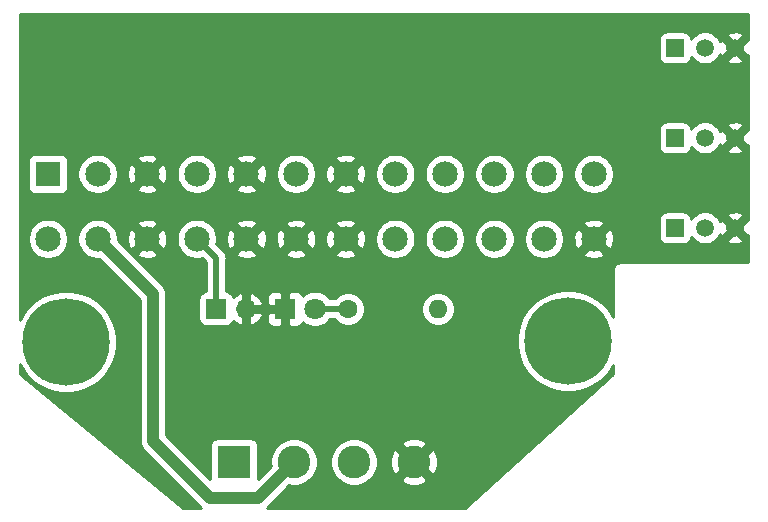
<source format=gbr>
%TF.GenerationSoftware,KiCad,Pcbnew,(5.1.6)-1*%
%TF.CreationDate,2022-09-29T14:47:16-04:00*%
%TF.ProjectId,A500-tower-power,41353030-2d74-46f7-9765-722d706f7765,rev?*%
%TF.SameCoordinates,Original*%
%TF.FileFunction,Copper,L1,Top*%
%TF.FilePolarity,Positive*%
%FSLAX46Y46*%
G04 Gerber Fmt 4.6, Leading zero omitted, Abs format (unit mm)*
G04 Created by KiCad (PCBNEW (5.1.6)-1) date 2022-09-29 14:47:16*
%MOMM*%
%LPD*%
G01*
G04 APERTURE LIST*
%TA.AperFunction,ComponentPad*%
%ADD10R,1.800000X1.800000*%
%TD*%
%TA.AperFunction,ComponentPad*%
%ADD11C,1.800000*%
%TD*%
%TA.AperFunction,ComponentPad*%
%ADD12C,7.400000*%
%TD*%
%TA.AperFunction,ComponentPad*%
%ADD13C,0.800000*%
%TD*%
%TA.AperFunction,ComponentPad*%
%ADD14R,2.150000X2.150000*%
%TD*%
%TA.AperFunction,ComponentPad*%
%ADD15C,2.150000*%
%TD*%
%TA.AperFunction,ComponentPad*%
%ADD16R,2.775000X2.775000*%
%TD*%
%TA.AperFunction,ComponentPad*%
%ADD17C,2.775000*%
%TD*%
%TA.AperFunction,ComponentPad*%
%ADD18R,1.700000X1.700000*%
%TD*%
%TA.AperFunction,ComponentPad*%
%ADD19O,1.700000X1.700000*%
%TD*%
%TA.AperFunction,ComponentPad*%
%ADD20R,1.500000X1.500000*%
%TD*%
%TA.AperFunction,ComponentPad*%
%ADD21C,1.500000*%
%TD*%
%TA.AperFunction,ComponentPad*%
%ADD22C,1.600000*%
%TD*%
%TA.AperFunction,ComponentPad*%
%ADD23O,1.600000X1.600000*%
%TD*%
%TA.AperFunction,Conductor*%
%ADD24C,0.500000*%
%TD*%
%TA.AperFunction,Conductor*%
%ADD25C,1.000000*%
%TD*%
%TA.AperFunction,Conductor*%
%ADD26C,0.254000*%
%TD*%
G04 APERTURE END LIST*
D10*
%TO.P,D1,1*%
%TO.N,/GND*%
X149606000Y-105410000D03*
D11*
%TO.P,D1,2*%
%TO.N,Net-(D1-Pad2)*%
X152146000Y-105410000D03*
%TD*%
D12*
%TO.P,H1,1*%
%TO.N,N/C*%
X131064000Y-108204000D03*
D13*
X133839000Y-108204000D03*
X133026221Y-110166221D03*
X131064000Y-110979000D03*
X129101779Y-110166221D03*
X128289000Y-108204000D03*
X129101779Y-106241779D03*
X131064000Y-105429000D03*
X133026221Y-106241779D03*
%TD*%
%TO.P,H2,1*%
%TO.N,N/C*%
X175514000Y-106172000D03*
X173551779Y-105359221D03*
X171589558Y-106172000D03*
X170776779Y-108134221D03*
X171589558Y-110096442D03*
X173551779Y-110909221D03*
X175514000Y-110096442D03*
X176326779Y-108134221D03*
D12*
X173551779Y-108134221D03*
%TD*%
D14*
%TO.P,J1,1*%
%TO.N,/3.3V*%
X129540000Y-93980000D03*
D15*
%TO.P,J1,2*%
X133740000Y-93980000D03*
%TO.P,J1,3*%
%TO.N,/GND*%
X137940000Y-93980000D03*
%TO.P,J1,4*%
%TO.N,/5V*%
X142140000Y-93980000D03*
%TO.P,J1,5*%
%TO.N,/GND*%
X146340000Y-93980000D03*
%TO.P,J1,6*%
%TO.N,/5V*%
X150540000Y-93980000D03*
%TO.P,J1,7*%
%TO.N,/GND*%
X154740000Y-93980000D03*
%TO.P,J1,8*%
%TO.N,/PG*%
X158940000Y-93980000D03*
%TO.P,J1,9*%
%TO.N,/5VSB*%
X163140000Y-93980000D03*
%TO.P,J1,10*%
%TO.N,/12V*%
X167340000Y-93980000D03*
%TO.P,J1,11*%
X171540000Y-93980000D03*
%TO.P,J1,12*%
%TO.N,/3.3V*%
X175740000Y-93980000D03*
%TO.P,J1,13*%
X129540000Y-99480000D03*
%TO.P,J1,14*%
%TO.N,/-12V*%
X133740000Y-99480000D03*
%TO.P,J1,15*%
%TO.N,/GND*%
X137940000Y-99480000D03*
%TO.P,J1,16*%
%TO.N,/PS-ON*%
X142140000Y-99480000D03*
%TO.P,J1,17*%
%TO.N,/GND*%
X146340000Y-99480000D03*
%TO.P,J1,18*%
X150540000Y-99480000D03*
%TO.P,J1,19*%
X154740000Y-99480000D03*
%TO.P,J1,20*%
%TO.N,Net-(J1-Pad20)*%
X158940000Y-99480000D03*
%TO.P,J1,21*%
%TO.N,/5V*%
X163140000Y-99480000D03*
%TO.P,J1,22*%
X167340000Y-99480000D03*
%TO.P,J1,23*%
X171540000Y-99480000D03*
%TO.P,J1,24*%
%TO.N,/GND*%
X175740000Y-99480000D03*
%TD*%
D16*
%TO.P,J2,1*%
%TO.N,/12V*%
X145288000Y-118364000D03*
D17*
%TO.P,J2,2*%
%TO.N,/-12V*%
X150368000Y-118364000D03*
%TO.P,J2,3*%
%TO.N,/5V*%
X155448000Y-118364000D03*
%TO.P,J2,4*%
%TO.N,/GND*%
X160528000Y-118364000D03*
%TD*%
D18*
%TO.P,J3,1*%
%TO.N,/PS-ON*%
X143764000Y-105410000D03*
D19*
%TO.P,J3,2*%
%TO.N,/GND*%
X146304000Y-105410000D03*
%TD*%
D20*
%TO.P,FAN1,1*%
%TO.N,Net-(J4-Pad1)*%
X182626000Y-83312000D03*
D21*
%TO.P,FAN1,2*%
%TO.N,/12V*%
X185166000Y-83312000D03*
%TO.P,FAN1,3*%
%TO.N,/GND*%
X187706000Y-83312000D03*
%TD*%
%TO.P,FAN2,3*%
%TO.N,/GND*%
X187706000Y-90932000D03*
%TO.P,FAN2,2*%
%TO.N,/12V*%
X185166000Y-90932000D03*
D20*
%TO.P,FAN2,1*%
%TO.N,Net-(J5-Pad1)*%
X182626000Y-90932000D03*
%TD*%
%TO.P,FAN3,1*%
%TO.N,Net-(J6-Pad1)*%
X182626000Y-98552000D03*
D21*
%TO.P,FAN3,2*%
%TO.N,/12V*%
X185166000Y-98552000D03*
%TO.P,FAN3,3*%
%TO.N,/GND*%
X187706000Y-98552000D03*
%TD*%
D22*
%TO.P,R1,1*%
%TO.N,Net-(D1-Pad2)*%
X154940000Y-105410000D03*
D23*
%TO.P,R1,2*%
%TO.N,/5V*%
X162560000Y-105410000D03*
%TD*%
D24*
%TO.N,Net-(D1-Pad2)*%
X154940000Y-105410000D02*
X152146000Y-105410000D01*
D25*
%TO.N,/-12V*%
X143256000Y-121412000D02*
X147320000Y-121412000D01*
X133740000Y-99480000D02*
X138430000Y-104170000D01*
X147320000Y-121412000D02*
X150368000Y-118364000D01*
X138430000Y-116586000D02*
X143256000Y-121412000D01*
X138430000Y-104170000D02*
X138430000Y-116586000D01*
D24*
%TO.N,/PS-ON*%
X143764000Y-101104000D02*
X142140000Y-99480000D01*
X143764000Y-105410000D02*
X143764000Y-101104000D01*
%TD*%
D26*
%TO.N,/GND*%
G36*
X188824001Y-82680494D02*
G01*
X188749228Y-82654852D01*
X188092080Y-83312000D01*
X188749228Y-83969148D01*
X188824001Y-83943506D01*
X188824001Y-90300494D01*
X188749228Y-90274852D01*
X188092080Y-90932000D01*
X188749228Y-91589148D01*
X188824000Y-91563506D01*
X188824000Y-97920494D01*
X188749228Y-97894852D01*
X188092080Y-98552000D01*
X188749228Y-99209148D01*
X188824000Y-99183506D01*
X188824000Y-101448000D01*
X178086419Y-101448000D01*
X178054000Y-101444807D01*
X178021581Y-101448000D01*
X177924617Y-101457550D01*
X177800207Y-101495290D01*
X177685550Y-101556575D01*
X177585052Y-101639052D01*
X177502575Y-101739550D01*
X177441290Y-101854207D01*
X177403550Y-101978617D01*
X177390807Y-102108000D01*
X177394001Y-102140429D01*
X177394001Y-106082264D01*
X177393406Y-106080829D01*
X176918993Y-105370820D01*
X176315180Y-104767007D01*
X175605171Y-104292594D01*
X174816252Y-103965813D01*
X173978739Y-103799221D01*
X173124819Y-103799221D01*
X172287306Y-103965813D01*
X171498387Y-104292594D01*
X170788378Y-104767007D01*
X170184565Y-105370820D01*
X169710152Y-106080829D01*
X169383371Y-106869748D01*
X169216779Y-107707261D01*
X169216779Y-108561181D01*
X169383371Y-109398694D01*
X169710152Y-110187613D01*
X170184565Y-110897622D01*
X170788378Y-111501435D01*
X171498387Y-111975848D01*
X172287306Y-112302629D01*
X173124819Y-112469221D01*
X173978739Y-112469221D01*
X174816252Y-112302629D01*
X175605171Y-111975848D01*
X176315180Y-111501435D01*
X176918993Y-110897622D01*
X177393406Y-110187613D01*
X177394000Y-110186179D01*
X177394000Y-110958489D01*
X164846326Y-122276000D01*
X148056323Y-122276000D01*
X148126449Y-122218449D01*
X148161996Y-122175135D01*
X149986828Y-120350303D01*
X150168801Y-120386500D01*
X150567199Y-120386500D01*
X150957941Y-120308776D01*
X151326013Y-120156316D01*
X151657269Y-119934978D01*
X151938978Y-119653269D01*
X152160316Y-119322013D01*
X152312776Y-118953941D01*
X152390500Y-118563199D01*
X152390500Y-118164801D01*
X153425500Y-118164801D01*
X153425500Y-118563199D01*
X153503224Y-118953941D01*
X153655684Y-119322013D01*
X153877022Y-119653269D01*
X154158731Y-119934978D01*
X154489987Y-120156316D01*
X154858059Y-120308776D01*
X155248801Y-120386500D01*
X155647199Y-120386500D01*
X156037941Y-120308776D01*
X156406013Y-120156316D01*
X156737269Y-119934978D01*
X156804557Y-119867690D01*
X159410390Y-119867690D01*
X159565141Y-120153717D01*
X159932799Y-120307173D01*
X160323330Y-120385953D01*
X160721726Y-120387031D01*
X161112677Y-120310365D01*
X161481160Y-120158901D01*
X161490859Y-120153717D01*
X161645610Y-119867690D01*
X160528000Y-118750080D01*
X159410390Y-119867690D01*
X156804557Y-119867690D01*
X157018978Y-119653269D01*
X157240316Y-119322013D01*
X157392776Y-118953941D01*
X157470500Y-118563199D01*
X157470500Y-118557726D01*
X158504969Y-118557726D01*
X158581635Y-118948677D01*
X158733099Y-119317160D01*
X158738283Y-119326859D01*
X159024310Y-119481610D01*
X160141920Y-118364000D01*
X160914080Y-118364000D01*
X162031690Y-119481610D01*
X162317717Y-119326859D01*
X162471173Y-118959201D01*
X162549953Y-118568670D01*
X162551031Y-118170274D01*
X162474365Y-117779323D01*
X162322901Y-117410840D01*
X162317717Y-117401141D01*
X162031690Y-117246390D01*
X160914080Y-118364000D01*
X160141920Y-118364000D01*
X159024310Y-117246390D01*
X158738283Y-117401141D01*
X158584827Y-117768799D01*
X158506047Y-118159330D01*
X158504969Y-118557726D01*
X157470500Y-118557726D01*
X157470500Y-118164801D01*
X157392776Y-117774059D01*
X157240316Y-117405987D01*
X157018978Y-117074731D01*
X156804557Y-116860310D01*
X159410390Y-116860310D01*
X160528000Y-117977920D01*
X161645610Y-116860310D01*
X161490859Y-116574283D01*
X161123201Y-116420827D01*
X160732670Y-116342047D01*
X160334274Y-116340969D01*
X159943323Y-116417635D01*
X159574840Y-116569099D01*
X159565141Y-116574283D01*
X159410390Y-116860310D01*
X156804557Y-116860310D01*
X156737269Y-116793022D01*
X156406013Y-116571684D01*
X156037941Y-116419224D01*
X155647199Y-116341500D01*
X155248801Y-116341500D01*
X154858059Y-116419224D01*
X154489987Y-116571684D01*
X154158731Y-116793022D01*
X153877022Y-117074731D01*
X153655684Y-117405987D01*
X153503224Y-117774059D01*
X153425500Y-118164801D01*
X152390500Y-118164801D01*
X152312776Y-117774059D01*
X152160316Y-117405987D01*
X151938978Y-117074731D01*
X151657269Y-116793022D01*
X151326013Y-116571684D01*
X150957941Y-116419224D01*
X150567199Y-116341500D01*
X150168801Y-116341500D01*
X149778059Y-116419224D01*
X149409987Y-116571684D01*
X149078731Y-116793022D01*
X148797022Y-117074731D01*
X148575684Y-117405987D01*
X148423224Y-117774059D01*
X148345500Y-118164801D01*
X148345500Y-118563199D01*
X148381697Y-118745172D01*
X147306821Y-119820048D01*
X147313572Y-119751500D01*
X147313572Y-116976500D01*
X147301312Y-116852018D01*
X147265002Y-116732320D01*
X147206037Y-116622006D01*
X147126685Y-116525315D01*
X147029994Y-116445963D01*
X146919680Y-116386998D01*
X146799982Y-116350688D01*
X146675500Y-116338428D01*
X143900500Y-116338428D01*
X143776018Y-116350688D01*
X143656320Y-116386998D01*
X143546006Y-116445963D01*
X143449315Y-116525315D01*
X143369963Y-116622006D01*
X143310998Y-116732320D01*
X143274688Y-116852018D01*
X143262428Y-116976500D01*
X143262428Y-119751500D01*
X143269179Y-119820046D01*
X139565000Y-116115869D01*
X139565000Y-104225752D01*
X139570491Y-104170000D01*
X139548577Y-103947501D01*
X139483676Y-103733553D01*
X139378284Y-103536377D01*
X139271989Y-103406856D01*
X139271987Y-103406854D01*
X139236449Y-103363551D01*
X139193146Y-103328013D01*
X136623894Y-100758762D01*
X137047318Y-100758762D01*
X137163715Y-101012921D01*
X137477689Y-101134912D01*
X137809429Y-101193306D01*
X138146187Y-101185859D01*
X138475022Y-101112857D01*
X138716285Y-101012921D01*
X138832682Y-100758762D01*
X137940000Y-99866080D01*
X137047318Y-100758762D01*
X136623894Y-100758762D01*
X135450000Y-99584869D01*
X135450000Y-99349429D01*
X136226694Y-99349429D01*
X136234141Y-99686187D01*
X136307143Y-100015022D01*
X136407079Y-100256285D01*
X136661238Y-100372682D01*
X137553920Y-99480000D01*
X138326080Y-99480000D01*
X139218762Y-100372682D01*
X139472921Y-100256285D01*
X139594912Y-99942311D01*
X139653306Y-99610571D01*
X139646695Y-99311580D01*
X140430000Y-99311580D01*
X140430000Y-99648420D01*
X140495714Y-99978789D01*
X140624618Y-100289989D01*
X140811756Y-100570061D01*
X141049939Y-100808244D01*
X141330011Y-100995382D01*
X141641211Y-101124286D01*
X141971580Y-101190000D01*
X142308420Y-101190000D01*
X142550307Y-101141886D01*
X142879001Y-101470580D01*
X142879000Y-103925375D01*
X142789518Y-103934188D01*
X142669820Y-103970498D01*
X142559506Y-104029463D01*
X142462815Y-104108815D01*
X142383463Y-104205506D01*
X142324498Y-104315820D01*
X142288188Y-104435518D01*
X142275928Y-104560000D01*
X142275928Y-106260000D01*
X142288188Y-106384482D01*
X142324498Y-106504180D01*
X142383463Y-106614494D01*
X142462815Y-106711185D01*
X142559506Y-106790537D01*
X142669820Y-106849502D01*
X142789518Y-106885812D01*
X142914000Y-106898072D01*
X144614000Y-106898072D01*
X144738482Y-106885812D01*
X144858180Y-106849502D01*
X144968494Y-106790537D01*
X145065185Y-106711185D01*
X145144537Y-106614494D01*
X145203502Y-106504180D01*
X145226658Y-106427846D01*
X145417421Y-106601316D01*
X145666871Y-106751388D01*
X145806015Y-106809012D01*
X146031000Y-106707848D01*
X146031000Y-105683000D01*
X146577000Y-105683000D01*
X146577000Y-106707848D01*
X146801985Y-106809012D01*
X146941129Y-106751388D01*
X147190579Y-106601316D01*
X147405958Y-106405462D01*
X147476514Y-106310000D01*
X148067928Y-106310000D01*
X148080188Y-106434482D01*
X148116498Y-106554180D01*
X148175463Y-106664494D01*
X148254815Y-106761185D01*
X148351506Y-106840537D01*
X148461820Y-106899502D01*
X148581518Y-106935812D01*
X148706000Y-106948072D01*
X149174250Y-106945000D01*
X149333000Y-106786250D01*
X149333000Y-105683000D01*
X148229750Y-105683000D01*
X148071000Y-105841750D01*
X148067928Y-106310000D01*
X147476514Y-106310000D01*
X147578989Y-106171353D01*
X147703023Y-105907986D01*
X147604951Y-105683000D01*
X146577000Y-105683000D01*
X146031000Y-105683000D01*
X146011000Y-105683000D01*
X146011000Y-105137000D01*
X146031000Y-105137000D01*
X146031000Y-104112152D01*
X146577000Y-104112152D01*
X146577000Y-105137000D01*
X147604951Y-105137000D01*
X147703023Y-104912014D01*
X147578989Y-104648647D01*
X147476515Y-104510000D01*
X148067928Y-104510000D01*
X148071000Y-104978250D01*
X148229750Y-105137000D01*
X149333000Y-105137000D01*
X149333000Y-104033750D01*
X149879000Y-104033750D01*
X149879000Y-105137000D01*
X149899000Y-105137000D01*
X149899000Y-105683000D01*
X149879000Y-105683000D01*
X149879000Y-106786250D01*
X150037750Y-106945000D01*
X150506000Y-106948072D01*
X150630482Y-106935812D01*
X150750180Y-106899502D01*
X150860494Y-106840537D01*
X150957185Y-106761185D01*
X151036537Y-106664494D01*
X151095502Y-106554180D01*
X151101056Y-106535873D01*
X151167495Y-106602312D01*
X151418905Y-106770299D01*
X151698257Y-106886011D01*
X151994816Y-106945000D01*
X152297184Y-106945000D01*
X152593743Y-106886011D01*
X152873095Y-106770299D01*
X153124505Y-106602312D01*
X153338312Y-106388505D01*
X153400790Y-106295000D01*
X153805479Y-106295000D01*
X153825363Y-106324759D01*
X154025241Y-106524637D01*
X154260273Y-106681680D01*
X154521426Y-106789853D01*
X154798665Y-106845000D01*
X155081335Y-106845000D01*
X155358574Y-106789853D01*
X155619727Y-106681680D01*
X155854759Y-106524637D01*
X156054637Y-106324759D01*
X156211680Y-106089727D01*
X156319853Y-105828574D01*
X156375000Y-105551335D01*
X156375000Y-105268665D01*
X161125000Y-105268665D01*
X161125000Y-105551335D01*
X161180147Y-105828574D01*
X161288320Y-106089727D01*
X161445363Y-106324759D01*
X161645241Y-106524637D01*
X161880273Y-106681680D01*
X162141426Y-106789853D01*
X162418665Y-106845000D01*
X162701335Y-106845000D01*
X162978574Y-106789853D01*
X163239727Y-106681680D01*
X163474759Y-106524637D01*
X163674637Y-106324759D01*
X163831680Y-106089727D01*
X163939853Y-105828574D01*
X163995000Y-105551335D01*
X163995000Y-105268665D01*
X163939853Y-104991426D01*
X163831680Y-104730273D01*
X163674637Y-104495241D01*
X163474759Y-104295363D01*
X163239727Y-104138320D01*
X162978574Y-104030147D01*
X162701335Y-103975000D01*
X162418665Y-103975000D01*
X162141426Y-104030147D01*
X161880273Y-104138320D01*
X161645241Y-104295363D01*
X161445363Y-104495241D01*
X161288320Y-104730273D01*
X161180147Y-104991426D01*
X161125000Y-105268665D01*
X156375000Y-105268665D01*
X156319853Y-104991426D01*
X156211680Y-104730273D01*
X156054637Y-104495241D01*
X155854759Y-104295363D01*
X155619727Y-104138320D01*
X155358574Y-104030147D01*
X155081335Y-103975000D01*
X154798665Y-103975000D01*
X154521426Y-104030147D01*
X154260273Y-104138320D01*
X154025241Y-104295363D01*
X153825363Y-104495241D01*
X153805479Y-104525000D01*
X153400790Y-104525000D01*
X153338312Y-104431495D01*
X153124505Y-104217688D01*
X152873095Y-104049701D01*
X152593743Y-103933989D01*
X152297184Y-103875000D01*
X151994816Y-103875000D01*
X151698257Y-103933989D01*
X151418905Y-104049701D01*
X151167495Y-104217688D01*
X151101056Y-104284127D01*
X151095502Y-104265820D01*
X151036537Y-104155506D01*
X150957185Y-104058815D01*
X150860494Y-103979463D01*
X150750180Y-103920498D01*
X150630482Y-103884188D01*
X150506000Y-103871928D01*
X150037750Y-103875000D01*
X149879000Y-104033750D01*
X149333000Y-104033750D01*
X149174250Y-103875000D01*
X148706000Y-103871928D01*
X148581518Y-103884188D01*
X148461820Y-103920498D01*
X148351506Y-103979463D01*
X148254815Y-104058815D01*
X148175463Y-104155506D01*
X148116498Y-104265820D01*
X148080188Y-104385518D01*
X148067928Y-104510000D01*
X147476515Y-104510000D01*
X147405958Y-104414538D01*
X147190579Y-104218684D01*
X146941129Y-104068612D01*
X146801985Y-104010988D01*
X146577000Y-104112152D01*
X146031000Y-104112152D01*
X145806015Y-104010988D01*
X145666871Y-104068612D01*
X145417421Y-104218684D01*
X145226658Y-104392154D01*
X145203502Y-104315820D01*
X145144537Y-104205506D01*
X145065185Y-104108815D01*
X144968494Y-104029463D01*
X144858180Y-103970498D01*
X144738482Y-103934188D01*
X144649000Y-103925375D01*
X144649000Y-101147469D01*
X144653281Y-101104000D01*
X144649000Y-101060531D01*
X144649000Y-101060523D01*
X144636195Y-100930510D01*
X144585589Y-100763687D01*
X144582957Y-100758762D01*
X145447318Y-100758762D01*
X145563715Y-101012921D01*
X145877689Y-101134912D01*
X146209429Y-101193306D01*
X146546187Y-101185859D01*
X146875022Y-101112857D01*
X147116285Y-101012921D01*
X147232682Y-100758762D01*
X149647318Y-100758762D01*
X149763715Y-101012921D01*
X150077689Y-101134912D01*
X150409429Y-101193306D01*
X150746187Y-101185859D01*
X151075022Y-101112857D01*
X151316285Y-101012921D01*
X151432682Y-100758762D01*
X153847318Y-100758762D01*
X153963715Y-101012921D01*
X154277689Y-101134912D01*
X154609429Y-101193306D01*
X154946187Y-101185859D01*
X155275022Y-101112857D01*
X155516285Y-101012921D01*
X155632682Y-100758762D01*
X154740000Y-99866080D01*
X153847318Y-100758762D01*
X151432682Y-100758762D01*
X150540000Y-99866080D01*
X149647318Y-100758762D01*
X147232682Y-100758762D01*
X146340000Y-99866080D01*
X145447318Y-100758762D01*
X144582957Y-100758762D01*
X144503411Y-100609941D01*
X144392817Y-100475183D01*
X144359049Y-100447470D01*
X143801886Y-99890307D01*
X143850000Y-99648420D01*
X143850000Y-99349429D01*
X144626694Y-99349429D01*
X144634141Y-99686187D01*
X144707143Y-100015022D01*
X144807079Y-100256285D01*
X145061238Y-100372682D01*
X145953920Y-99480000D01*
X146726080Y-99480000D01*
X147618762Y-100372682D01*
X147872921Y-100256285D01*
X147994912Y-99942311D01*
X148053306Y-99610571D01*
X148047532Y-99349429D01*
X148826694Y-99349429D01*
X148834141Y-99686187D01*
X148907143Y-100015022D01*
X149007079Y-100256285D01*
X149261238Y-100372682D01*
X150153920Y-99480000D01*
X150926080Y-99480000D01*
X151818762Y-100372682D01*
X152072921Y-100256285D01*
X152194912Y-99942311D01*
X152253306Y-99610571D01*
X152247532Y-99349429D01*
X153026694Y-99349429D01*
X153034141Y-99686187D01*
X153107143Y-100015022D01*
X153207079Y-100256285D01*
X153461238Y-100372682D01*
X154353920Y-99480000D01*
X155126080Y-99480000D01*
X156018762Y-100372682D01*
X156272921Y-100256285D01*
X156394912Y-99942311D01*
X156453306Y-99610571D01*
X156446695Y-99311580D01*
X157230000Y-99311580D01*
X157230000Y-99648420D01*
X157295714Y-99978789D01*
X157424618Y-100289989D01*
X157611756Y-100570061D01*
X157849939Y-100808244D01*
X158130011Y-100995382D01*
X158441211Y-101124286D01*
X158771580Y-101190000D01*
X159108420Y-101190000D01*
X159438789Y-101124286D01*
X159749989Y-100995382D01*
X160030061Y-100808244D01*
X160268244Y-100570061D01*
X160455382Y-100289989D01*
X160584286Y-99978789D01*
X160650000Y-99648420D01*
X160650000Y-99311580D01*
X161430000Y-99311580D01*
X161430000Y-99648420D01*
X161495714Y-99978789D01*
X161624618Y-100289989D01*
X161811756Y-100570061D01*
X162049939Y-100808244D01*
X162330011Y-100995382D01*
X162641211Y-101124286D01*
X162971580Y-101190000D01*
X163308420Y-101190000D01*
X163638789Y-101124286D01*
X163949989Y-100995382D01*
X164230061Y-100808244D01*
X164468244Y-100570061D01*
X164655382Y-100289989D01*
X164784286Y-99978789D01*
X164850000Y-99648420D01*
X164850000Y-99311580D01*
X165630000Y-99311580D01*
X165630000Y-99648420D01*
X165695714Y-99978789D01*
X165824618Y-100289989D01*
X166011756Y-100570061D01*
X166249939Y-100808244D01*
X166530011Y-100995382D01*
X166841211Y-101124286D01*
X167171580Y-101190000D01*
X167508420Y-101190000D01*
X167838789Y-101124286D01*
X168149989Y-100995382D01*
X168430061Y-100808244D01*
X168668244Y-100570061D01*
X168855382Y-100289989D01*
X168984286Y-99978789D01*
X169050000Y-99648420D01*
X169050000Y-99311580D01*
X169830000Y-99311580D01*
X169830000Y-99648420D01*
X169895714Y-99978789D01*
X170024618Y-100289989D01*
X170211756Y-100570061D01*
X170449939Y-100808244D01*
X170730011Y-100995382D01*
X171041211Y-101124286D01*
X171371580Y-101190000D01*
X171708420Y-101190000D01*
X172038789Y-101124286D01*
X172349989Y-100995382D01*
X172630061Y-100808244D01*
X172679543Y-100758762D01*
X174847318Y-100758762D01*
X174963715Y-101012921D01*
X175277689Y-101134912D01*
X175609429Y-101193306D01*
X175946187Y-101185859D01*
X176275022Y-101112857D01*
X176516285Y-101012921D01*
X176632682Y-100758762D01*
X175740000Y-99866080D01*
X174847318Y-100758762D01*
X172679543Y-100758762D01*
X172868244Y-100570061D01*
X173055382Y-100289989D01*
X173184286Y-99978789D01*
X173250000Y-99648420D01*
X173250000Y-99349429D01*
X174026694Y-99349429D01*
X174034141Y-99686187D01*
X174107143Y-100015022D01*
X174207079Y-100256285D01*
X174461238Y-100372682D01*
X175353920Y-99480000D01*
X176126080Y-99480000D01*
X177018762Y-100372682D01*
X177272921Y-100256285D01*
X177394912Y-99942311D01*
X177453306Y-99610571D01*
X177445859Y-99273813D01*
X177372857Y-98944978D01*
X177272921Y-98703715D01*
X177018762Y-98587318D01*
X176126080Y-99480000D01*
X175353920Y-99480000D01*
X174461238Y-98587318D01*
X174207079Y-98703715D01*
X174085088Y-99017689D01*
X174026694Y-99349429D01*
X173250000Y-99349429D01*
X173250000Y-99311580D01*
X173184286Y-98981211D01*
X173055382Y-98670011D01*
X172868244Y-98389939D01*
X172679543Y-98201238D01*
X174847318Y-98201238D01*
X175740000Y-99093920D01*
X176632682Y-98201238D01*
X176516285Y-97947079D01*
X176202311Y-97825088D01*
X176071147Y-97802000D01*
X181237928Y-97802000D01*
X181237928Y-99302000D01*
X181250188Y-99426482D01*
X181286498Y-99546180D01*
X181345463Y-99656494D01*
X181424815Y-99753185D01*
X181521506Y-99832537D01*
X181631820Y-99891502D01*
X181751518Y-99927812D01*
X181876000Y-99940072D01*
X183376000Y-99940072D01*
X183500482Y-99927812D01*
X183620180Y-99891502D01*
X183730494Y-99832537D01*
X183827185Y-99753185D01*
X183906537Y-99656494D01*
X183965502Y-99546180D01*
X184001812Y-99426482D01*
X184012445Y-99318517D01*
X184090201Y-99434886D01*
X184283114Y-99627799D01*
X184509957Y-99779371D01*
X184762011Y-99883775D01*
X185029589Y-99937000D01*
X185302411Y-99937000D01*
X185569989Y-99883775D01*
X185822043Y-99779371D01*
X186048886Y-99627799D01*
X186081457Y-99595228D01*
X187048852Y-99595228D01*
X187124733Y-99816500D01*
X187382594Y-99905602D01*
X187652884Y-99942687D01*
X187925214Y-99926328D01*
X188189119Y-99857154D01*
X188287267Y-99816500D01*
X188363148Y-99595228D01*
X187706000Y-98938080D01*
X187048852Y-99595228D01*
X186081457Y-99595228D01*
X186241799Y-99434886D01*
X186393371Y-99208043D01*
X186432922Y-99112558D01*
X186441500Y-99133267D01*
X186662772Y-99209148D01*
X187319920Y-98552000D01*
X186662772Y-97894852D01*
X186441500Y-97970733D01*
X186433697Y-97993314D01*
X186393371Y-97895957D01*
X186241799Y-97669114D01*
X186081457Y-97508772D01*
X187048852Y-97508772D01*
X187706000Y-98165920D01*
X188363148Y-97508772D01*
X188287267Y-97287500D01*
X188029406Y-97198398D01*
X187759116Y-97161313D01*
X187486786Y-97177672D01*
X187222881Y-97246846D01*
X187124733Y-97287500D01*
X187048852Y-97508772D01*
X186081457Y-97508772D01*
X186048886Y-97476201D01*
X185822043Y-97324629D01*
X185569989Y-97220225D01*
X185302411Y-97167000D01*
X185029589Y-97167000D01*
X184762011Y-97220225D01*
X184509957Y-97324629D01*
X184283114Y-97476201D01*
X184090201Y-97669114D01*
X184012445Y-97785483D01*
X184001812Y-97677518D01*
X183965502Y-97557820D01*
X183906537Y-97447506D01*
X183827185Y-97350815D01*
X183730494Y-97271463D01*
X183620180Y-97212498D01*
X183500482Y-97176188D01*
X183376000Y-97163928D01*
X181876000Y-97163928D01*
X181751518Y-97176188D01*
X181631820Y-97212498D01*
X181521506Y-97271463D01*
X181424815Y-97350815D01*
X181345463Y-97447506D01*
X181286498Y-97557820D01*
X181250188Y-97677518D01*
X181237928Y-97802000D01*
X176071147Y-97802000D01*
X175870571Y-97766694D01*
X175533813Y-97774141D01*
X175204978Y-97847143D01*
X174963715Y-97947079D01*
X174847318Y-98201238D01*
X172679543Y-98201238D01*
X172630061Y-98151756D01*
X172349989Y-97964618D01*
X172038789Y-97835714D01*
X171708420Y-97770000D01*
X171371580Y-97770000D01*
X171041211Y-97835714D01*
X170730011Y-97964618D01*
X170449939Y-98151756D01*
X170211756Y-98389939D01*
X170024618Y-98670011D01*
X169895714Y-98981211D01*
X169830000Y-99311580D01*
X169050000Y-99311580D01*
X168984286Y-98981211D01*
X168855382Y-98670011D01*
X168668244Y-98389939D01*
X168430061Y-98151756D01*
X168149989Y-97964618D01*
X167838789Y-97835714D01*
X167508420Y-97770000D01*
X167171580Y-97770000D01*
X166841211Y-97835714D01*
X166530011Y-97964618D01*
X166249939Y-98151756D01*
X166011756Y-98389939D01*
X165824618Y-98670011D01*
X165695714Y-98981211D01*
X165630000Y-99311580D01*
X164850000Y-99311580D01*
X164784286Y-98981211D01*
X164655382Y-98670011D01*
X164468244Y-98389939D01*
X164230061Y-98151756D01*
X163949989Y-97964618D01*
X163638789Y-97835714D01*
X163308420Y-97770000D01*
X162971580Y-97770000D01*
X162641211Y-97835714D01*
X162330011Y-97964618D01*
X162049939Y-98151756D01*
X161811756Y-98389939D01*
X161624618Y-98670011D01*
X161495714Y-98981211D01*
X161430000Y-99311580D01*
X160650000Y-99311580D01*
X160584286Y-98981211D01*
X160455382Y-98670011D01*
X160268244Y-98389939D01*
X160030061Y-98151756D01*
X159749989Y-97964618D01*
X159438789Y-97835714D01*
X159108420Y-97770000D01*
X158771580Y-97770000D01*
X158441211Y-97835714D01*
X158130011Y-97964618D01*
X157849939Y-98151756D01*
X157611756Y-98389939D01*
X157424618Y-98670011D01*
X157295714Y-98981211D01*
X157230000Y-99311580D01*
X156446695Y-99311580D01*
X156445859Y-99273813D01*
X156372857Y-98944978D01*
X156272921Y-98703715D01*
X156018762Y-98587318D01*
X155126080Y-99480000D01*
X154353920Y-99480000D01*
X153461238Y-98587318D01*
X153207079Y-98703715D01*
X153085088Y-99017689D01*
X153026694Y-99349429D01*
X152247532Y-99349429D01*
X152245859Y-99273813D01*
X152172857Y-98944978D01*
X152072921Y-98703715D01*
X151818762Y-98587318D01*
X150926080Y-99480000D01*
X150153920Y-99480000D01*
X149261238Y-98587318D01*
X149007079Y-98703715D01*
X148885088Y-99017689D01*
X148826694Y-99349429D01*
X148047532Y-99349429D01*
X148045859Y-99273813D01*
X147972857Y-98944978D01*
X147872921Y-98703715D01*
X147618762Y-98587318D01*
X146726080Y-99480000D01*
X145953920Y-99480000D01*
X145061238Y-98587318D01*
X144807079Y-98703715D01*
X144685088Y-99017689D01*
X144626694Y-99349429D01*
X143850000Y-99349429D01*
X143850000Y-99311580D01*
X143784286Y-98981211D01*
X143655382Y-98670011D01*
X143468244Y-98389939D01*
X143279543Y-98201238D01*
X145447318Y-98201238D01*
X146340000Y-99093920D01*
X147232682Y-98201238D01*
X149647318Y-98201238D01*
X150540000Y-99093920D01*
X151432682Y-98201238D01*
X153847318Y-98201238D01*
X154740000Y-99093920D01*
X155632682Y-98201238D01*
X155516285Y-97947079D01*
X155202311Y-97825088D01*
X154870571Y-97766694D01*
X154533813Y-97774141D01*
X154204978Y-97847143D01*
X153963715Y-97947079D01*
X153847318Y-98201238D01*
X151432682Y-98201238D01*
X151316285Y-97947079D01*
X151002311Y-97825088D01*
X150670571Y-97766694D01*
X150333813Y-97774141D01*
X150004978Y-97847143D01*
X149763715Y-97947079D01*
X149647318Y-98201238D01*
X147232682Y-98201238D01*
X147116285Y-97947079D01*
X146802311Y-97825088D01*
X146470571Y-97766694D01*
X146133813Y-97774141D01*
X145804978Y-97847143D01*
X145563715Y-97947079D01*
X145447318Y-98201238D01*
X143279543Y-98201238D01*
X143230061Y-98151756D01*
X142949989Y-97964618D01*
X142638789Y-97835714D01*
X142308420Y-97770000D01*
X141971580Y-97770000D01*
X141641211Y-97835714D01*
X141330011Y-97964618D01*
X141049939Y-98151756D01*
X140811756Y-98389939D01*
X140624618Y-98670011D01*
X140495714Y-98981211D01*
X140430000Y-99311580D01*
X139646695Y-99311580D01*
X139645859Y-99273813D01*
X139572857Y-98944978D01*
X139472921Y-98703715D01*
X139218762Y-98587318D01*
X138326080Y-99480000D01*
X137553920Y-99480000D01*
X136661238Y-98587318D01*
X136407079Y-98703715D01*
X136285088Y-99017689D01*
X136226694Y-99349429D01*
X135450000Y-99349429D01*
X135450000Y-99311580D01*
X135384286Y-98981211D01*
X135255382Y-98670011D01*
X135068244Y-98389939D01*
X134879543Y-98201238D01*
X137047318Y-98201238D01*
X137940000Y-99093920D01*
X138832682Y-98201238D01*
X138716285Y-97947079D01*
X138402311Y-97825088D01*
X138070571Y-97766694D01*
X137733813Y-97774141D01*
X137404978Y-97847143D01*
X137163715Y-97947079D01*
X137047318Y-98201238D01*
X134879543Y-98201238D01*
X134830061Y-98151756D01*
X134549989Y-97964618D01*
X134238789Y-97835714D01*
X133908420Y-97770000D01*
X133571580Y-97770000D01*
X133241211Y-97835714D01*
X132930011Y-97964618D01*
X132649939Y-98151756D01*
X132411756Y-98389939D01*
X132224618Y-98670011D01*
X132095714Y-98981211D01*
X132030000Y-99311580D01*
X132030000Y-99648420D01*
X132095714Y-99978789D01*
X132224618Y-100289989D01*
X132411756Y-100570061D01*
X132649939Y-100808244D01*
X132930011Y-100995382D01*
X133241211Y-101124286D01*
X133571580Y-101190000D01*
X133844869Y-101190000D01*
X137295000Y-104640133D01*
X137295001Y-116530239D01*
X137289509Y-116586000D01*
X137311423Y-116808498D01*
X137376324Y-117022446D01*
X137376325Y-117022447D01*
X137481717Y-117219623D01*
X137623552Y-117392449D01*
X137666860Y-117427991D01*
X142414013Y-122175146D01*
X142449551Y-122218449D01*
X142492854Y-122253987D01*
X142492856Y-122253989D01*
X142519677Y-122276000D01*
X140952319Y-122276000D01*
X127152000Y-110940025D01*
X127152000Y-110087497D01*
X127222373Y-110257392D01*
X127696786Y-110967401D01*
X128300599Y-111571214D01*
X129010608Y-112045627D01*
X129799527Y-112372408D01*
X130637040Y-112539000D01*
X131490960Y-112539000D01*
X132328473Y-112372408D01*
X133117392Y-112045627D01*
X133827401Y-111571214D01*
X134431214Y-110967401D01*
X134905627Y-110257392D01*
X135232408Y-109468473D01*
X135399000Y-108630960D01*
X135399000Y-107777040D01*
X135232408Y-106939527D01*
X134905627Y-106150608D01*
X134431214Y-105440599D01*
X133827401Y-104836786D01*
X133117392Y-104362373D01*
X132328473Y-104035592D01*
X131490960Y-103869000D01*
X130637040Y-103869000D01*
X129799527Y-104035592D01*
X129010608Y-104362373D01*
X128300599Y-104836786D01*
X127696786Y-105440599D01*
X127222373Y-106150608D01*
X127152000Y-106320503D01*
X127152000Y-99311580D01*
X127830000Y-99311580D01*
X127830000Y-99648420D01*
X127895714Y-99978789D01*
X128024618Y-100289989D01*
X128211756Y-100570061D01*
X128449939Y-100808244D01*
X128730011Y-100995382D01*
X129041211Y-101124286D01*
X129371580Y-101190000D01*
X129708420Y-101190000D01*
X130038789Y-101124286D01*
X130349989Y-100995382D01*
X130630061Y-100808244D01*
X130868244Y-100570061D01*
X131055382Y-100289989D01*
X131184286Y-99978789D01*
X131250000Y-99648420D01*
X131250000Y-99311580D01*
X131184286Y-98981211D01*
X131055382Y-98670011D01*
X130868244Y-98389939D01*
X130630061Y-98151756D01*
X130349989Y-97964618D01*
X130038789Y-97835714D01*
X129708420Y-97770000D01*
X129371580Y-97770000D01*
X129041211Y-97835714D01*
X128730011Y-97964618D01*
X128449939Y-98151756D01*
X128211756Y-98389939D01*
X128024618Y-98670011D01*
X127895714Y-98981211D01*
X127830000Y-99311580D01*
X127152000Y-99311580D01*
X127152000Y-92905000D01*
X127826928Y-92905000D01*
X127826928Y-95055000D01*
X127839188Y-95179482D01*
X127875498Y-95299180D01*
X127934463Y-95409494D01*
X128013815Y-95506185D01*
X128110506Y-95585537D01*
X128220820Y-95644502D01*
X128340518Y-95680812D01*
X128465000Y-95693072D01*
X130615000Y-95693072D01*
X130739482Y-95680812D01*
X130859180Y-95644502D01*
X130969494Y-95585537D01*
X131066185Y-95506185D01*
X131145537Y-95409494D01*
X131204502Y-95299180D01*
X131240812Y-95179482D01*
X131253072Y-95055000D01*
X131253072Y-93811580D01*
X132030000Y-93811580D01*
X132030000Y-94148420D01*
X132095714Y-94478789D01*
X132224618Y-94789989D01*
X132411756Y-95070061D01*
X132649939Y-95308244D01*
X132930011Y-95495382D01*
X133241211Y-95624286D01*
X133571580Y-95690000D01*
X133908420Y-95690000D01*
X134238789Y-95624286D01*
X134549989Y-95495382D01*
X134830061Y-95308244D01*
X134879543Y-95258762D01*
X137047318Y-95258762D01*
X137163715Y-95512921D01*
X137477689Y-95634912D01*
X137809429Y-95693306D01*
X138146187Y-95685859D01*
X138475022Y-95612857D01*
X138716285Y-95512921D01*
X138832682Y-95258762D01*
X137940000Y-94366080D01*
X137047318Y-95258762D01*
X134879543Y-95258762D01*
X135068244Y-95070061D01*
X135255382Y-94789989D01*
X135384286Y-94478789D01*
X135450000Y-94148420D01*
X135450000Y-93849429D01*
X136226694Y-93849429D01*
X136234141Y-94186187D01*
X136307143Y-94515022D01*
X136407079Y-94756285D01*
X136661238Y-94872682D01*
X137553920Y-93980000D01*
X138326080Y-93980000D01*
X139218762Y-94872682D01*
X139472921Y-94756285D01*
X139594912Y-94442311D01*
X139653306Y-94110571D01*
X139646695Y-93811580D01*
X140430000Y-93811580D01*
X140430000Y-94148420D01*
X140495714Y-94478789D01*
X140624618Y-94789989D01*
X140811756Y-95070061D01*
X141049939Y-95308244D01*
X141330011Y-95495382D01*
X141641211Y-95624286D01*
X141971580Y-95690000D01*
X142308420Y-95690000D01*
X142638789Y-95624286D01*
X142949989Y-95495382D01*
X143230061Y-95308244D01*
X143279543Y-95258762D01*
X145447318Y-95258762D01*
X145563715Y-95512921D01*
X145877689Y-95634912D01*
X146209429Y-95693306D01*
X146546187Y-95685859D01*
X146875022Y-95612857D01*
X147116285Y-95512921D01*
X147232682Y-95258762D01*
X146340000Y-94366080D01*
X145447318Y-95258762D01*
X143279543Y-95258762D01*
X143468244Y-95070061D01*
X143655382Y-94789989D01*
X143784286Y-94478789D01*
X143850000Y-94148420D01*
X143850000Y-93849429D01*
X144626694Y-93849429D01*
X144634141Y-94186187D01*
X144707143Y-94515022D01*
X144807079Y-94756285D01*
X145061238Y-94872682D01*
X145953920Y-93980000D01*
X146726080Y-93980000D01*
X147618762Y-94872682D01*
X147872921Y-94756285D01*
X147994912Y-94442311D01*
X148053306Y-94110571D01*
X148046695Y-93811580D01*
X148830000Y-93811580D01*
X148830000Y-94148420D01*
X148895714Y-94478789D01*
X149024618Y-94789989D01*
X149211756Y-95070061D01*
X149449939Y-95308244D01*
X149730011Y-95495382D01*
X150041211Y-95624286D01*
X150371580Y-95690000D01*
X150708420Y-95690000D01*
X151038789Y-95624286D01*
X151349989Y-95495382D01*
X151630061Y-95308244D01*
X151679543Y-95258762D01*
X153847318Y-95258762D01*
X153963715Y-95512921D01*
X154277689Y-95634912D01*
X154609429Y-95693306D01*
X154946187Y-95685859D01*
X155275022Y-95612857D01*
X155516285Y-95512921D01*
X155632682Y-95258762D01*
X154740000Y-94366080D01*
X153847318Y-95258762D01*
X151679543Y-95258762D01*
X151868244Y-95070061D01*
X152055382Y-94789989D01*
X152184286Y-94478789D01*
X152250000Y-94148420D01*
X152250000Y-93849429D01*
X153026694Y-93849429D01*
X153034141Y-94186187D01*
X153107143Y-94515022D01*
X153207079Y-94756285D01*
X153461238Y-94872682D01*
X154353920Y-93980000D01*
X155126080Y-93980000D01*
X156018762Y-94872682D01*
X156272921Y-94756285D01*
X156394912Y-94442311D01*
X156453306Y-94110571D01*
X156446695Y-93811580D01*
X157230000Y-93811580D01*
X157230000Y-94148420D01*
X157295714Y-94478789D01*
X157424618Y-94789989D01*
X157611756Y-95070061D01*
X157849939Y-95308244D01*
X158130011Y-95495382D01*
X158441211Y-95624286D01*
X158771580Y-95690000D01*
X159108420Y-95690000D01*
X159438789Y-95624286D01*
X159749989Y-95495382D01*
X160030061Y-95308244D01*
X160268244Y-95070061D01*
X160455382Y-94789989D01*
X160584286Y-94478789D01*
X160650000Y-94148420D01*
X160650000Y-93811580D01*
X161430000Y-93811580D01*
X161430000Y-94148420D01*
X161495714Y-94478789D01*
X161624618Y-94789989D01*
X161811756Y-95070061D01*
X162049939Y-95308244D01*
X162330011Y-95495382D01*
X162641211Y-95624286D01*
X162971580Y-95690000D01*
X163308420Y-95690000D01*
X163638789Y-95624286D01*
X163949989Y-95495382D01*
X164230061Y-95308244D01*
X164468244Y-95070061D01*
X164655382Y-94789989D01*
X164784286Y-94478789D01*
X164850000Y-94148420D01*
X164850000Y-93811580D01*
X165630000Y-93811580D01*
X165630000Y-94148420D01*
X165695714Y-94478789D01*
X165824618Y-94789989D01*
X166011756Y-95070061D01*
X166249939Y-95308244D01*
X166530011Y-95495382D01*
X166841211Y-95624286D01*
X167171580Y-95690000D01*
X167508420Y-95690000D01*
X167838789Y-95624286D01*
X168149989Y-95495382D01*
X168430061Y-95308244D01*
X168668244Y-95070061D01*
X168855382Y-94789989D01*
X168984286Y-94478789D01*
X169050000Y-94148420D01*
X169050000Y-93811580D01*
X169830000Y-93811580D01*
X169830000Y-94148420D01*
X169895714Y-94478789D01*
X170024618Y-94789989D01*
X170211756Y-95070061D01*
X170449939Y-95308244D01*
X170730011Y-95495382D01*
X171041211Y-95624286D01*
X171371580Y-95690000D01*
X171708420Y-95690000D01*
X172038789Y-95624286D01*
X172349989Y-95495382D01*
X172630061Y-95308244D01*
X172868244Y-95070061D01*
X173055382Y-94789989D01*
X173184286Y-94478789D01*
X173250000Y-94148420D01*
X173250000Y-93811580D01*
X174030000Y-93811580D01*
X174030000Y-94148420D01*
X174095714Y-94478789D01*
X174224618Y-94789989D01*
X174411756Y-95070061D01*
X174649939Y-95308244D01*
X174930011Y-95495382D01*
X175241211Y-95624286D01*
X175571580Y-95690000D01*
X175908420Y-95690000D01*
X176238789Y-95624286D01*
X176549989Y-95495382D01*
X176830061Y-95308244D01*
X177068244Y-95070061D01*
X177255382Y-94789989D01*
X177384286Y-94478789D01*
X177450000Y-94148420D01*
X177450000Y-93811580D01*
X177384286Y-93481211D01*
X177255382Y-93170011D01*
X177068244Y-92889939D01*
X176830061Y-92651756D01*
X176549989Y-92464618D01*
X176238789Y-92335714D01*
X175908420Y-92270000D01*
X175571580Y-92270000D01*
X175241211Y-92335714D01*
X174930011Y-92464618D01*
X174649939Y-92651756D01*
X174411756Y-92889939D01*
X174224618Y-93170011D01*
X174095714Y-93481211D01*
X174030000Y-93811580D01*
X173250000Y-93811580D01*
X173184286Y-93481211D01*
X173055382Y-93170011D01*
X172868244Y-92889939D01*
X172630061Y-92651756D01*
X172349989Y-92464618D01*
X172038789Y-92335714D01*
X171708420Y-92270000D01*
X171371580Y-92270000D01*
X171041211Y-92335714D01*
X170730011Y-92464618D01*
X170449939Y-92651756D01*
X170211756Y-92889939D01*
X170024618Y-93170011D01*
X169895714Y-93481211D01*
X169830000Y-93811580D01*
X169050000Y-93811580D01*
X168984286Y-93481211D01*
X168855382Y-93170011D01*
X168668244Y-92889939D01*
X168430061Y-92651756D01*
X168149989Y-92464618D01*
X167838789Y-92335714D01*
X167508420Y-92270000D01*
X167171580Y-92270000D01*
X166841211Y-92335714D01*
X166530011Y-92464618D01*
X166249939Y-92651756D01*
X166011756Y-92889939D01*
X165824618Y-93170011D01*
X165695714Y-93481211D01*
X165630000Y-93811580D01*
X164850000Y-93811580D01*
X164784286Y-93481211D01*
X164655382Y-93170011D01*
X164468244Y-92889939D01*
X164230061Y-92651756D01*
X163949989Y-92464618D01*
X163638789Y-92335714D01*
X163308420Y-92270000D01*
X162971580Y-92270000D01*
X162641211Y-92335714D01*
X162330011Y-92464618D01*
X162049939Y-92651756D01*
X161811756Y-92889939D01*
X161624618Y-93170011D01*
X161495714Y-93481211D01*
X161430000Y-93811580D01*
X160650000Y-93811580D01*
X160584286Y-93481211D01*
X160455382Y-93170011D01*
X160268244Y-92889939D01*
X160030061Y-92651756D01*
X159749989Y-92464618D01*
X159438789Y-92335714D01*
X159108420Y-92270000D01*
X158771580Y-92270000D01*
X158441211Y-92335714D01*
X158130011Y-92464618D01*
X157849939Y-92651756D01*
X157611756Y-92889939D01*
X157424618Y-93170011D01*
X157295714Y-93481211D01*
X157230000Y-93811580D01*
X156446695Y-93811580D01*
X156445859Y-93773813D01*
X156372857Y-93444978D01*
X156272921Y-93203715D01*
X156018762Y-93087318D01*
X155126080Y-93980000D01*
X154353920Y-93980000D01*
X153461238Y-93087318D01*
X153207079Y-93203715D01*
X153085088Y-93517689D01*
X153026694Y-93849429D01*
X152250000Y-93849429D01*
X152250000Y-93811580D01*
X152184286Y-93481211D01*
X152055382Y-93170011D01*
X151868244Y-92889939D01*
X151679543Y-92701238D01*
X153847318Y-92701238D01*
X154740000Y-93593920D01*
X155632682Y-92701238D01*
X155516285Y-92447079D01*
X155202311Y-92325088D01*
X154870571Y-92266694D01*
X154533813Y-92274141D01*
X154204978Y-92347143D01*
X153963715Y-92447079D01*
X153847318Y-92701238D01*
X151679543Y-92701238D01*
X151630061Y-92651756D01*
X151349989Y-92464618D01*
X151038789Y-92335714D01*
X150708420Y-92270000D01*
X150371580Y-92270000D01*
X150041211Y-92335714D01*
X149730011Y-92464618D01*
X149449939Y-92651756D01*
X149211756Y-92889939D01*
X149024618Y-93170011D01*
X148895714Y-93481211D01*
X148830000Y-93811580D01*
X148046695Y-93811580D01*
X148045859Y-93773813D01*
X147972857Y-93444978D01*
X147872921Y-93203715D01*
X147618762Y-93087318D01*
X146726080Y-93980000D01*
X145953920Y-93980000D01*
X145061238Y-93087318D01*
X144807079Y-93203715D01*
X144685088Y-93517689D01*
X144626694Y-93849429D01*
X143850000Y-93849429D01*
X143850000Y-93811580D01*
X143784286Y-93481211D01*
X143655382Y-93170011D01*
X143468244Y-92889939D01*
X143279543Y-92701238D01*
X145447318Y-92701238D01*
X146340000Y-93593920D01*
X147232682Y-92701238D01*
X147116285Y-92447079D01*
X146802311Y-92325088D01*
X146470571Y-92266694D01*
X146133813Y-92274141D01*
X145804978Y-92347143D01*
X145563715Y-92447079D01*
X145447318Y-92701238D01*
X143279543Y-92701238D01*
X143230061Y-92651756D01*
X142949989Y-92464618D01*
X142638789Y-92335714D01*
X142308420Y-92270000D01*
X141971580Y-92270000D01*
X141641211Y-92335714D01*
X141330011Y-92464618D01*
X141049939Y-92651756D01*
X140811756Y-92889939D01*
X140624618Y-93170011D01*
X140495714Y-93481211D01*
X140430000Y-93811580D01*
X139646695Y-93811580D01*
X139645859Y-93773813D01*
X139572857Y-93444978D01*
X139472921Y-93203715D01*
X139218762Y-93087318D01*
X138326080Y-93980000D01*
X137553920Y-93980000D01*
X136661238Y-93087318D01*
X136407079Y-93203715D01*
X136285088Y-93517689D01*
X136226694Y-93849429D01*
X135450000Y-93849429D01*
X135450000Y-93811580D01*
X135384286Y-93481211D01*
X135255382Y-93170011D01*
X135068244Y-92889939D01*
X134879543Y-92701238D01*
X137047318Y-92701238D01*
X137940000Y-93593920D01*
X138832682Y-92701238D01*
X138716285Y-92447079D01*
X138402311Y-92325088D01*
X138070571Y-92266694D01*
X137733813Y-92274141D01*
X137404978Y-92347143D01*
X137163715Y-92447079D01*
X137047318Y-92701238D01*
X134879543Y-92701238D01*
X134830061Y-92651756D01*
X134549989Y-92464618D01*
X134238789Y-92335714D01*
X133908420Y-92270000D01*
X133571580Y-92270000D01*
X133241211Y-92335714D01*
X132930011Y-92464618D01*
X132649939Y-92651756D01*
X132411756Y-92889939D01*
X132224618Y-93170011D01*
X132095714Y-93481211D01*
X132030000Y-93811580D01*
X131253072Y-93811580D01*
X131253072Y-92905000D01*
X131240812Y-92780518D01*
X131204502Y-92660820D01*
X131145537Y-92550506D01*
X131066185Y-92453815D01*
X130969494Y-92374463D01*
X130859180Y-92315498D01*
X130739482Y-92279188D01*
X130615000Y-92266928D01*
X128465000Y-92266928D01*
X128340518Y-92279188D01*
X128220820Y-92315498D01*
X128110506Y-92374463D01*
X128013815Y-92453815D01*
X127934463Y-92550506D01*
X127875498Y-92660820D01*
X127839188Y-92780518D01*
X127826928Y-92905000D01*
X127152000Y-92905000D01*
X127152000Y-90182000D01*
X181237928Y-90182000D01*
X181237928Y-91682000D01*
X181250188Y-91806482D01*
X181286498Y-91926180D01*
X181345463Y-92036494D01*
X181424815Y-92133185D01*
X181521506Y-92212537D01*
X181631820Y-92271502D01*
X181751518Y-92307812D01*
X181876000Y-92320072D01*
X183376000Y-92320072D01*
X183500482Y-92307812D01*
X183620180Y-92271502D01*
X183730494Y-92212537D01*
X183827185Y-92133185D01*
X183906537Y-92036494D01*
X183965502Y-91926180D01*
X184001812Y-91806482D01*
X184012445Y-91698517D01*
X184090201Y-91814886D01*
X184283114Y-92007799D01*
X184509957Y-92159371D01*
X184762011Y-92263775D01*
X185029589Y-92317000D01*
X185302411Y-92317000D01*
X185569989Y-92263775D01*
X185822043Y-92159371D01*
X186048886Y-92007799D01*
X186081457Y-91975228D01*
X187048852Y-91975228D01*
X187124733Y-92196500D01*
X187382594Y-92285602D01*
X187652884Y-92322687D01*
X187925214Y-92306328D01*
X188189119Y-92237154D01*
X188287267Y-92196500D01*
X188363148Y-91975228D01*
X187706000Y-91318080D01*
X187048852Y-91975228D01*
X186081457Y-91975228D01*
X186241799Y-91814886D01*
X186393371Y-91588043D01*
X186432922Y-91492558D01*
X186441500Y-91513267D01*
X186662772Y-91589148D01*
X187319920Y-90932000D01*
X186662772Y-90274852D01*
X186441500Y-90350733D01*
X186433697Y-90373314D01*
X186393371Y-90275957D01*
X186241799Y-90049114D01*
X186081457Y-89888772D01*
X187048852Y-89888772D01*
X187706000Y-90545920D01*
X188363148Y-89888772D01*
X188287267Y-89667500D01*
X188029406Y-89578398D01*
X187759116Y-89541313D01*
X187486786Y-89557672D01*
X187222881Y-89626846D01*
X187124733Y-89667500D01*
X187048852Y-89888772D01*
X186081457Y-89888772D01*
X186048886Y-89856201D01*
X185822043Y-89704629D01*
X185569989Y-89600225D01*
X185302411Y-89547000D01*
X185029589Y-89547000D01*
X184762011Y-89600225D01*
X184509957Y-89704629D01*
X184283114Y-89856201D01*
X184090201Y-90049114D01*
X184012445Y-90165483D01*
X184001812Y-90057518D01*
X183965502Y-89937820D01*
X183906537Y-89827506D01*
X183827185Y-89730815D01*
X183730494Y-89651463D01*
X183620180Y-89592498D01*
X183500482Y-89556188D01*
X183376000Y-89543928D01*
X181876000Y-89543928D01*
X181751518Y-89556188D01*
X181631820Y-89592498D01*
X181521506Y-89651463D01*
X181424815Y-89730815D01*
X181345463Y-89827506D01*
X181286498Y-89937820D01*
X181250188Y-90057518D01*
X181237928Y-90182000D01*
X127152000Y-90182000D01*
X127152000Y-82562000D01*
X181237928Y-82562000D01*
X181237928Y-84062000D01*
X181250188Y-84186482D01*
X181286498Y-84306180D01*
X181345463Y-84416494D01*
X181424815Y-84513185D01*
X181521506Y-84592537D01*
X181631820Y-84651502D01*
X181751518Y-84687812D01*
X181876000Y-84700072D01*
X183376000Y-84700072D01*
X183500482Y-84687812D01*
X183620180Y-84651502D01*
X183730494Y-84592537D01*
X183827185Y-84513185D01*
X183906537Y-84416494D01*
X183965502Y-84306180D01*
X184001812Y-84186482D01*
X184012445Y-84078517D01*
X184090201Y-84194886D01*
X184283114Y-84387799D01*
X184509957Y-84539371D01*
X184762011Y-84643775D01*
X185029589Y-84697000D01*
X185302411Y-84697000D01*
X185569989Y-84643775D01*
X185822043Y-84539371D01*
X186048886Y-84387799D01*
X186081457Y-84355228D01*
X187048852Y-84355228D01*
X187124733Y-84576500D01*
X187382594Y-84665602D01*
X187652884Y-84702687D01*
X187925214Y-84686328D01*
X188189119Y-84617154D01*
X188287267Y-84576500D01*
X188363148Y-84355228D01*
X187706000Y-83698080D01*
X187048852Y-84355228D01*
X186081457Y-84355228D01*
X186241799Y-84194886D01*
X186393371Y-83968043D01*
X186432922Y-83872558D01*
X186441500Y-83893267D01*
X186662772Y-83969148D01*
X187319920Y-83312000D01*
X186662772Y-82654852D01*
X186441500Y-82730733D01*
X186433697Y-82753314D01*
X186393371Y-82655957D01*
X186241799Y-82429114D01*
X186081457Y-82268772D01*
X187048852Y-82268772D01*
X187706000Y-82925920D01*
X188363148Y-82268772D01*
X188287267Y-82047500D01*
X188029406Y-81958398D01*
X187759116Y-81921313D01*
X187486786Y-81937672D01*
X187222881Y-82006846D01*
X187124733Y-82047500D01*
X187048852Y-82268772D01*
X186081457Y-82268772D01*
X186048886Y-82236201D01*
X185822043Y-82084629D01*
X185569989Y-81980225D01*
X185302411Y-81927000D01*
X185029589Y-81927000D01*
X184762011Y-81980225D01*
X184509957Y-82084629D01*
X184283114Y-82236201D01*
X184090201Y-82429114D01*
X184012445Y-82545483D01*
X184001812Y-82437518D01*
X183965502Y-82317820D01*
X183906537Y-82207506D01*
X183827185Y-82110815D01*
X183730494Y-82031463D01*
X183620180Y-81972498D01*
X183500482Y-81936188D01*
X183376000Y-81923928D01*
X181876000Y-81923928D01*
X181751518Y-81936188D01*
X181631820Y-81972498D01*
X181521506Y-82031463D01*
X181424815Y-82110815D01*
X181345463Y-82207506D01*
X181286498Y-82317820D01*
X181250188Y-82437518D01*
X181237928Y-82562000D01*
X127152000Y-82562000D01*
X127152000Y-80416000D01*
X188824001Y-80416000D01*
X188824001Y-82680494D01*
G37*
X188824001Y-82680494D02*
X188749228Y-82654852D01*
X188092080Y-83312000D01*
X188749228Y-83969148D01*
X188824001Y-83943506D01*
X188824001Y-90300494D01*
X188749228Y-90274852D01*
X188092080Y-90932000D01*
X188749228Y-91589148D01*
X188824000Y-91563506D01*
X188824000Y-97920494D01*
X188749228Y-97894852D01*
X188092080Y-98552000D01*
X188749228Y-99209148D01*
X188824000Y-99183506D01*
X188824000Y-101448000D01*
X178086419Y-101448000D01*
X178054000Y-101444807D01*
X178021581Y-101448000D01*
X177924617Y-101457550D01*
X177800207Y-101495290D01*
X177685550Y-101556575D01*
X177585052Y-101639052D01*
X177502575Y-101739550D01*
X177441290Y-101854207D01*
X177403550Y-101978617D01*
X177390807Y-102108000D01*
X177394001Y-102140429D01*
X177394001Y-106082264D01*
X177393406Y-106080829D01*
X176918993Y-105370820D01*
X176315180Y-104767007D01*
X175605171Y-104292594D01*
X174816252Y-103965813D01*
X173978739Y-103799221D01*
X173124819Y-103799221D01*
X172287306Y-103965813D01*
X171498387Y-104292594D01*
X170788378Y-104767007D01*
X170184565Y-105370820D01*
X169710152Y-106080829D01*
X169383371Y-106869748D01*
X169216779Y-107707261D01*
X169216779Y-108561181D01*
X169383371Y-109398694D01*
X169710152Y-110187613D01*
X170184565Y-110897622D01*
X170788378Y-111501435D01*
X171498387Y-111975848D01*
X172287306Y-112302629D01*
X173124819Y-112469221D01*
X173978739Y-112469221D01*
X174816252Y-112302629D01*
X175605171Y-111975848D01*
X176315180Y-111501435D01*
X176918993Y-110897622D01*
X177393406Y-110187613D01*
X177394000Y-110186179D01*
X177394000Y-110958489D01*
X164846326Y-122276000D01*
X148056323Y-122276000D01*
X148126449Y-122218449D01*
X148161996Y-122175135D01*
X149986828Y-120350303D01*
X150168801Y-120386500D01*
X150567199Y-120386500D01*
X150957941Y-120308776D01*
X151326013Y-120156316D01*
X151657269Y-119934978D01*
X151938978Y-119653269D01*
X152160316Y-119322013D01*
X152312776Y-118953941D01*
X152390500Y-118563199D01*
X152390500Y-118164801D01*
X153425500Y-118164801D01*
X153425500Y-118563199D01*
X153503224Y-118953941D01*
X153655684Y-119322013D01*
X153877022Y-119653269D01*
X154158731Y-119934978D01*
X154489987Y-120156316D01*
X154858059Y-120308776D01*
X155248801Y-120386500D01*
X155647199Y-120386500D01*
X156037941Y-120308776D01*
X156406013Y-120156316D01*
X156737269Y-119934978D01*
X156804557Y-119867690D01*
X159410390Y-119867690D01*
X159565141Y-120153717D01*
X159932799Y-120307173D01*
X160323330Y-120385953D01*
X160721726Y-120387031D01*
X161112677Y-120310365D01*
X161481160Y-120158901D01*
X161490859Y-120153717D01*
X161645610Y-119867690D01*
X160528000Y-118750080D01*
X159410390Y-119867690D01*
X156804557Y-119867690D01*
X157018978Y-119653269D01*
X157240316Y-119322013D01*
X157392776Y-118953941D01*
X157470500Y-118563199D01*
X157470500Y-118557726D01*
X158504969Y-118557726D01*
X158581635Y-118948677D01*
X158733099Y-119317160D01*
X158738283Y-119326859D01*
X159024310Y-119481610D01*
X160141920Y-118364000D01*
X160914080Y-118364000D01*
X162031690Y-119481610D01*
X162317717Y-119326859D01*
X162471173Y-118959201D01*
X162549953Y-118568670D01*
X162551031Y-118170274D01*
X162474365Y-117779323D01*
X162322901Y-117410840D01*
X162317717Y-117401141D01*
X162031690Y-117246390D01*
X160914080Y-118364000D01*
X160141920Y-118364000D01*
X159024310Y-117246390D01*
X158738283Y-117401141D01*
X158584827Y-117768799D01*
X158506047Y-118159330D01*
X158504969Y-118557726D01*
X157470500Y-118557726D01*
X157470500Y-118164801D01*
X157392776Y-117774059D01*
X157240316Y-117405987D01*
X157018978Y-117074731D01*
X156804557Y-116860310D01*
X159410390Y-116860310D01*
X160528000Y-117977920D01*
X161645610Y-116860310D01*
X161490859Y-116574283D01*
X161123201Y-116420827D01*
X160732670Y-116342047D01*
X160334274Y-116340969D01*
X159943323Y-116417635D01*
X159574840Y-116569099D01*
X159565141Y-116574283D01*
X159410390Y-116860310D01*
X156804557Y-116860310D01*
X156737269Y-116793022D01*
X156406013Y-116571684D01*
X156037941Y-116419224D01*
X155647199Y-116341500D01*
X155248801Y-116341500D01*
X154858059Y-116419224D01*
X154489987Y-116571684D01*
X154158731Y-116793022D01*
X153877022Y-117074731D01*
X153655684Y-117405987D01*
X153503224Y-117774059D01*
X153425500Y-118164801D01*
X152390500Y-118164801D01*
X152312776Y-117774059D01*
X152160316Y-117405987D01*
X151938978Y-117074731D01*
X151657269Y-116793022D01*
X151326013Y-116571684D01*
X150957941Y-116419224D01*
X150567199Y-116341500D01*
X150168801Y-116341500D01*
X149778059Y-116419224D01*
X149409987Y-116571684D01*
X149078731Y-116793022D01*
X148797022Y-117074731D01*
X148575684Y-117405987D01*
X148423224Y-117774059D01*
X148345500Y-118164801D01*
X148345500Y-118563199D01*
X148381697Y-118745172D01*
X147306821Y-119820048D01*
X147313572Y-119751500D01*
X147313572Y-116976500D01*
X147301312Y-116852018D01*
X147265002Y-116732320D01*
X147206037Y-116622006D01*
X147126685Y-116525315D01*
X147029994Y-116445963D01*
X146919680Y-116386998D01*
X146799982Y-116350688D01*
X146675500Y-116338428D01*
X143900500Y-116338428D01*
X143776018Y-116350688D01*
X143656320Y-116386998D01*
X143546006Y-116445963D01*
X143449315Y-116525315D01*
X143369963Y-116622006D01*
X143310998Y-116732320D01*
X143274688Y-116852018D01*
X143262428Y-116976500D01*
X143262428Y-119751500D01*
X143269179Y-119820046D01*
X139565000Y-116115869D01*
X139565000Y-104225752D01*
X139570491Y-104170000D01*
X139548577Y-103947501D01*
X139483676Y-103733553D01*
X139378284Y-103536377D01*
X139271989Y-103406856D01*
X139271987Y-103406854D01*
X139236449Y-103363551D01*
X139193146Y-103328013D01*
X136623894Y-100758762D01*
X137047318Y-100758762D01*
X137163715Y-101012921D01*
X137477689Y-101134912D01*
X137809429Y-101193306D01*
X138146187Y-101185859D01*
X138475022Y-101112857D01*
X138716285Y-101012921D01*
X138832682Y-100758762D01*
X137940000Y-99866080D01*
X137047318Y-100758762D01*
X136623894Y-100758762D01*
X135450000Y-99584869D01*
X135450000Y-99349429D01*
X136226694Y-99349429D01*
X136234141Y-99686187D01*
X136307143Y-100015022D01*
X136407079Y-100256285D01*
X136661238Y-100372682D01*
X137553920Y-99480000D01*
X138326080Y-99480000D01*
X139218762Y-100372682D01*
X139472921Y-100256285D01*
X139594912Y-99942311D01*
X139653306Y-99610571D01*
X139646695Y-99311580D01*
X140430000Y-99311580D01*
X140430000Y-99648420D01*
X140495714Y-99978789D01*
X140624618Y-100289989D01*
X140811756Y-100570061D01*
X141049939Y-100808244D01*
X141330011Y-100995382D01*
X141641211Y-101124286D01*
X141971580Y-101190000D01*
X142308420Y-101190000D01*
X142550307Y-101141886D01*
X142879001Y-101470580D01*
X142879000Y-103925375D01*
X142789518Y-103934188D01*
X142669820Y-103970498D01*
X142559506Y-104029463D01*
X142462815Y-104108815D01*
X142383463Y-104205506D01*
X142324498Y-104315820D01*
X142288188Y-104435518D01*
X142275928Y-104560000D01*
X142275928Y-106260000D01*
X142288188Y-106384482D01*
X142324498Y-106504180D01*
X142383463Y-106614494D01*
X142462815Y-106711185D01*
X142559506Y-106790537D01*
X142669820Y-106849502D01*
X142789518Y-106885812D01*
X142914000Y-106898072D01*
X144614000Y-106898072D01*
X144738482Y-106885812D01*
X144858180Y-106849502D01*
X144968494Y-106790537D01*
X145065185Y-106711185D01*
X145144537Y-106614494D01*
X145203502Y-106504180D01*
X145226658Y-106427846D01*
X145417421Y-106601316D01*
X145666871Y-106751388D01*
X145806015Y-106809012D01*
X146031000Y-106707848D01*
X146031000Y-105683000D01*
X146577000Y-105683000D01*
X146577000Y-106707848D01*
X146801985Y-106809012D01*
X146941129Y-106751388D01*
X147190579Y-106601316D01*
X147405958Y-106405462D01*
X147476514Y-106310000D01*
X148067928Y-106310000D01*
X148080188Y-106434482D01*
X148116498Y-106554180D01*
X148175463Y-106664494D01*
X148254815Y-106761185D01*
X148351506Y-106840537D01*
X148461820Y-106899502D01*
X148581518Y-106935812D01*
X148706000Y-106948072D01*
X149174250Y-106945000D01*
X149333000Y-106786250D01*
X149333000Y-105683000D01*
X148229750Y-105683000D01*
X148071000Y-105841750D01*
X148067928Y-106310000D01*
X147476514Y-106310000D01*
X147578989Y-106171353D01*
X147703023Y-105907986D01*
X147604951Y-105683000D01*
X146577000Y-105683000D01*
X146031000Y-105683000D01*
X146011000Y-105683000D01*
X146011000Y-105137000D01*
X146031000Y-105137000D01*
X146031000Y-104112152D01*
X146577000Y-104112152D01*
X146577000Y-105137000D01*
X147604951Y-105137000D01*
X147703023Y-104912014D01*
X147578989Y-104648647D01*
X147476515Y-104510000D01*
X148067928Y-104510000D01*
X148071000Y-104978250D01*
X148229750Y-105137000D01*
X149333000Y-105137000D01*
X149333000Y-104033750D01*
X149879000Y-104033750D01*
X149879000Y-105137000D01*
X149899000Y-105137000D01*
X149899000Y-105683000D01*
X149879000Y-105683000D01*
X149879000Y-106786250D01*
X150037750Y-106945000D01*
X150506000Y-106948072D01*
X150630482Y-106935812D01*
X150750180Y-106899502D01*
X150860494Y-106840537D01*
X150957185Y-106761185D01*
X151036537Y-106664494D01*
X151095502Y-106554180D01*
X151101056Y-106535873D01*
X151167495Y-106602312D01*
X151418905Y-106770299D01*
X151698257Y-106886011D01*
X151994816Y-106945000D01*
X152297184Y-106945000D01*
X152593743Y-106886011D01*
X152873095Y-106770299D01*
X153124505Y-106602312D01*
X153338312Y-106388505D01*
X153400790Y-106295000D01*
X153805479Y-106295000D01*
X153825363Y-106324759D01*
X154025241Y-106524637D01*
X154260273Y-106681680D01*
X154521426Y-106789853D01*
X154798665Y-106845000D01*
X155081335Y-106845000D01*
X155358574Y-106789853D01*
X155619727Y-106681680D01*
X155854759Y-106524637D01*
X156054637Y-106324759D01*
X156211680Y-106089727D01*
X156319853Y-105828574D01*
X156375000Y-105551335D01*
X156375000Y-105268665D01*
X161125000Y-105268665D01*
X161125000Y-105551335D01*
X161180147Y-105828574D01*
X161288320Y-106089727D01*
X161445363Y-106324759D01*
X161645241Y-106524637D01*
X161880273Y-106681680D01*
X162141426Y-106789853D01*
X162418665Y-106845000D01*
X162701335Y-106845000D01*
X162978574Y-106789853D01*
X163239727Y-106681680D01*
X163474759Y-106524637D01*
X163674637Y-106324759D01*
X163831680Y-106089727D01*
X163939853Y-105828574D01*
X163995000Y-105551335D01*
X163995000Y-105268665D01*
X163939853Y-104991426D01*
X163831680Y-104730273D01*
X163674637Y-104495241D01*
X163474759Y-104295363D01*
X163239727Y-104138320D01*
X162978574Y-104030147D01*
X162701335Y-103975000D01*
X162418665Y-103975000D01*
X162141426Y-104030147D01*
X161880273Y-104138320D01*
X161645241Y-104295363D01*
X161445363Y-104495241D01*
X161288320Y-104730273D01*
X161180147Y-104991426D01*
X161125000Y-105268665D01*
X156375000Y-105268665D01*
X156319853Y-104991426D01*
X156211680Y-104730273D01*
X156054637Y-104495241D01*
X155854759Y-104295363D01*
X155619727Y-104138320D01*
X155358574Y-104030147D01*
X155081335Y-103975000D01*
X154798665Y-103975000D01*
X154521426Y-104030147D01*
X154260273Y-104138320D01*
X154025241Y-104295363D01*
X153825363Y-104495241D01*
X153805479Y-104525000D01*
X153400790Y-104525000D01*
X153338312Y-104431495D01*
X153124505Y-104217688D01*
X152873095Y-104049701D01*
X152593743Y-103933989D01*
X152297184Y-103875000D01*
X151994816Y-103875000D01*
X151698257Y-103933989D01*
X151418905Y-104049701D01*
X151167495Y-104217688D01*
X151101056Y-104284127D01*
X151095502Y-104265820D01*
X151036537Y-104155506D01*
X150957185Y-104058815D01*
X150860494Y-103979463D01*
X150750180Y-103920498D01*
X150630482Y-103884188D01*
X150506000Y-103871928D01*
X150037750Y-103875000D01*
X149879000Y-104033750D01*
X149333000Y-104033750D01*
X149174250Y-103875000D01*
X148706000Y-103871928D01*
X148581518Y-103884188D01*
X148461820Y-103920498D01*
X148351506Y-103979463D01*
X148254815Y-104058815D01*
X148175463Y-104155506D01*
X148116498Y-104265820D01*
X148080188Y-104385518D01*
X148067928Y-104510000D01*
X147476515Y-104510000D01*
X147405958Y-104414538D01*
X147190579Y-104218684D01*
X146941129Y-104068612D01*
X146801985Y-104010988D01*
X146577000Y-104112152D01*
X146031000Y-104112152D01*
X145806015Y-104010988D01*
X145666871Y-104068612D01*
X145417421Y-104218684D01*
X145226658Y-104392154D01*
X145203502Y-104315820D01*
X145144537Y-104205506D01*
X145065185Y-104108815D01*
X144968494Y-104029463D01*
X144858180Y-103970498D01*
X144738482Y-103934188D01*
X144649000Y-103925375D01*
X144649000Y-101147469D01*
X144653281Y-101104000D01*
X144649000Y-101060531D01*
X144649000Y-101060523D01*
X144636195Y-100930510D01*
X144585589Y-100763687D01*
X144582957Y-100758762D01*
X145447318Y-100758762D01*
X145563715Y-101012921D01*
X145877689Y-101134912D01*
X146209429Y-101193306D01*
X146546187Y-101185859D01*
X146875022Y-101112857D01*
X147116285Y-101012921D01*
X147232682Y-100758762D01*
X149647318Y-100758762D01*
X149763715Y-101012921D01*
X150077689Y-101134912D01*
X150409429Y-101193306D01*
X150746187Y-101185859D01*
X151075022Y-101112857D01*
X151316285Y-101012921D01*
X151432682Y-100758762D01*
X153847318Y-100758762D01*
X153963715Y-101012921D01*
X154277689Y-101134912D01*
X154609429Y-101193306D01*
X154946187Y-101185859D01*
X155275022Y-101112857D01*
X155516285Y-101012921D01*
X155632682Y-100758762D01*
X154740000Y-99866080D01*
X153847318Y-100758762D01*
X151432682Y-100758762D01*
X150540000Y-99866080D01*
X149647318Y-100758762D01*
X147232682Y-100758762D01*
X146340000Y-99866080D01*
X145447318Y-100758762D01*
X144582957Y-100758762D01*
X144503411Y-100609941D01*
X144392817Y-100475183D01*
X144359049Y-100447470D01*
X143801886Y-99890307D01*
X143850000Y-99648420D01*
X143850000Y-99349429D01*
X144626694Y-99349429D01*
X144634141Y-99686187D01*
X144707143Y-100015022D01*
X144807079Y-100256285D01*
X145061238Y-100372682D01*
X145953920Y-99480000D01*
X146726080Y-99480000D01*
X147618762Y-100372682D01*
X147872921Y-100256285D01*
X147994912Y-99942311D01*
X148053306Y-99610571D01*
X148047532Y-99349429D01*
X148826694Y-99349429D01*
X148834141Y-99686187D01*
X148907143Y-100015022D01*
X149007079Y-100256285D01*
X149261238Y-100372682D01*
X150153920Y-99480000D01*
X150926080Y-99480000D01*
X151818762Y-100372682D01*
X152072921Y-100256285D01*
X152194912Y-99942311D01*
X152253306Y-99610571D01*
X152247532Y-99349429D01*
X153026694Y-99349429D01*
X153034141Y-99686187D01*
X153107143Y-100015022D01*
X153207079Y-100256285D01*
X153461238Y-100372682D01*
X154353920Y-99480000D01*
X155126080Y-99480000D01*
X156018762Y-100372682D01*
X156272921Y-100256285D01*
X156394912Y-99942311D01*
X156453306Y-99610571D01*
X156446695Y-99311580D01*
X157230000Y-99311580D01*
X157230000Y-99648420D01*
X157295714Y-99978789D01*
X157424618Y-100289989D01*
X157611756Y-100570061D01*
X157849939Y-100808244D01*
X158130011Y-100995382D01*
X158441211Y-101124286D01*
X158771580Y-101190000D01*
X159108420Y-101190000D01*
X159438789Y-101124286D01*
X159749989Y-100995382D01*
X160030061Y-100808244D01*
X160268244Y-100570061D01*
X160455382Y-100289989D01*
X160584286Y-99978789D01*
X160650000Y-99648420D01*
X160650000Y-99311580D01*
X161430000Y-99311580D01*
X161430000Y-99648420D01*
X161495714Y-99978789D01*
X161624618Y-100289989D01*
X161811756Y-100570061D01*
X162049939Y-100808244D01*
X162330011Y-100995382D01*
X162641211Y-101124286D01*
X162971580Y-101190000D01*
X163308420Y-101190000D01*
X163638789Y-101124286D01*
X163949989Y-100995382D01*
X164230061Y-100808244D01*
X164468244Y-100570061D01*
X164655382Y-100289989D01*
X164784286Y-99978789D01*
X164850000Y-99648420D01*
X164850000Y-99311580D01*
X165630000Y-99311580D01*
X165630000Y-99648420D01*
X165695714Y-99978789D01*
X165824618Y-100289989D01*
X166011756Y-100570061D01*
X166249939Y-100808244D01*
X166530011Y-100995382D01*
X166841211Y-101124286D01*
X167171580Y-101190000D01*
X167508420Y-101190000D01*
X167838789Y-101124286D01*
X168149989Y-100995382D01*
X168430061Y-100808244D01*
X168668244Y-100570061D01*
X168855382Y-100289989D01*
X168984286Y-99978789D01*
X169050000Y-99648420D01*
X169050000Y-99311580D01*
X169830000Y-99311580D01*
X169830000Y-99648420D01*
X169895714Y-99978789D01*
X170024618Y-100289989D01*
X170211756Y-100570061D01*
X170449939Y-100808244D01*
X170730011Y-100995382D01*
X171041211Y-101124286D01*
X171371580Y-101190000D01*
X171708420Y-101190000D01*
X172038789Y-101124286D01*
X172349989Y-100995382D01*
X172630061Y-100808244D01*
X172679543Y-100758762D01*
X174847318Y-100758762D01*
X174963715Y-101012921D01*
X175277689Y-101134912D01*
X175609429Y-101193306D01*
X175946187Y-101185859D01*
X176275022Y-101112857D01*
X176516285Y-101012921D01*
X176632682Y-100758762D01*
X175740000Y-99866080D01*
X174847318Y-100758762D01*
X172679543Y-100758762D01*
X172868244Y-100570061D01*
X173055382Y-100289989D01*
X173184286Y-99978789D01*
X173250000Y-99648420D01*
X173250000Y-99349429D01*
X174026694Y-99349429D01*
X174034141Y-99686187D01*
X174107143Y-100015022D01*
X174207079Y-100256285D01*
X174461238Y-100372682D01*
X175353920Y-99480000D01*
X176126080Y-99480000D01*
X177018762Y-100372682D01*
X177272921Y-100256285D01*
X177394912Y-99942311D01*
X177453306Y-99610571D01*
X177445859Y-99273813D01*
X177372857Y-98944978D01*
X177272921Y-98703715D01*
X177018762Y-98587318D01*
X176126080Y-99480000D01*
X175353920Y-99480000D01*
X174461238Y-98587318D01*
X174207079Y-98703715D01*
X174085088Y-99017689D01*
X174026694Y-99349429D01*
X173250000Y-99349429D01*
X173250000Y-99311580D01*
X173184286Y-98981211D01*
X173055382Y-98670011D01*
X172868244Y-98389939D01*
X172679543Y-98201238D01*
X174847318Y-98201238D01*
X175740000Y-99093920D01*
X176632682Y-98201238D01*
X176516285Y-97947079D01*
X176202311Y-97825088D01*
X176071147Y-97802000D01*
X181237928Y-97802000D01*
X181237928Y-99302000D01*
X181250188Y-99426482D01*
X181286498Y-99546180D01*
X181345463Y-99656494D01*
X181424815Y-99753185D01*
X181521506Y-99832537D01*
X181631820Y-99891502D01*
X181751518Y-99927812D01*
X181876000Y-99940072D01*
X183376000Y-99940072D01*
X183500482Y-99927812D01*
X183620180Y-99891502D01*
X183730494Y-99832537D01*
X183827185Y-99753185D01*
X183906537Y-99656494D01*
X183965502Y-99546180D01*
X184001812Y-99426482D01*
X184012445Y-99318517D01*
X184090201Y-99434886D01*
X184283114Y-99627799D01*
X184509957Y-99779371D01*
X184762011Y-99883775D01*
X185029589Y-99937000D01*
X185302411Y-99937000D01*
X185569989Y-99883775D01*
X185822043Y-99779371D01*
X186048886Y-99627799D01*
X186081457Y-99595228D01*
X187048852Y-99595228D01*
X187124733Y-99816500D01*
X187382594Y-99905602D01*
X187652884Y-99942687D01*
X187925214Y-99926328D01*
X188189119Y-99857154D01*
X188287267Y-99816500D01*
X188363148Y-99595228D01*
X187706000Y-98938080D01*
X187048852Y-99595228D01*
X186081457Y-99595228D01*
X186241799Y-99434886D01*
X186393371Y-99208043D01*
X186432922Y-99112558D01*
X186441500Y-99133267D01*
X186662772Y-99209148D01*
X187319920Y-98552000D01*
X186662772Y-97894852D01*
X186441500Y-97970733D01*
X186433697Y-97993314D01*
X186393371Y-97895957D01*
X186241799Y-97669114D01*
X186081457Y-97508772D01*
X187048852Y-97508772D01*
X187706000Y-98165920D01*
X188363148Y-97508772D01*
X188287267Y-97287500D01*
X188029406Y-97198398D01*
X187759116Y-97161313D01*
X187486786Y-97177672D01*
X187222881Y-97246846D01*
X187124733Y-97287500D01*
X187048852Y-97508772D01*
X186081457Y-97508772D01*
X186048886Y-97476201D01*
X185822043Y-97324629D01*
X185569989Y-97220225D01*
X185302411Y-97167000D01*
X185029589Y-97167000D01*
X184762011Y-97220225D01*
X184509957Y-97324629D01*
X184283114Y-97476201D01*
X184090201Y-97669114D01*
X184012445Y-97785483D01*
X184001812Y-97677518D01*
X183965502Y-97557820D01*
X183906537Y-97447506D01*
X183827185Y-97350815D01*
X183730494Y-97271463D01*
X183620180Y-97212498D01*
X183500482Y-97176188D01*
X183376000Y-97163928D01*
X181876000Y-97163928D01*
X181751518Y-97176188D01*
X181631820Y-97212498D01*
X181521506Y-97271463D01*
X181424815Y-97350815D01*
X181345463Y-97447506D01*
X181286498Y-97557820D01*
X181250188Y-97677518D01*
X181237928Y-97802000D01*
X176071147Y-97802000D01*
X175870571Y-97766694D01*
X175533813Y-97774141D01*
X175204978Y-97847143D01*
X174963715Y-97947079D01*
X174847318Y-98201238D01*
X172679543Y-98201238D01*
X172630061Y-98151756D01*
X172349989Y-97964618D01*
X172038789Y-97835714D01*
X171708420Y-97770000D01*
X171371580Y-97770000D01*
X171041211Y-97835714D01*
X170730011Y-97964618D01*
X170449939Y-98151756D01*
X170211756Y-98389939D01*
X170024618Y-98670011D01*
X169895714Y-98981211D01*
X169830000Y-99311580D01*
X169050000Y-99311580D01*
X168984286Y-98981211D01*
X168855382Y-98670011D01*
X168668244Y-98389939D01*
X168430061Y-98151756D01*
X168149989Y-97964618D01*
X167838789Y-97835714D01*
X167508420Y-97770000D01*
X167171580Y-97770000D01*
X166841211Y-97835714D01*
X166530011Y-97964618D01*
X166249939Y-98151756D01*
X166011756Y-98389939D01*
X165824618Y-98670011D01*
X165695714Y-98981211D01*
X165630000Y-99311580D01*
X164850000Y-99311580D01*
X164784286Y-98981211D01*
X164655382Y-98670011D01*
X164468244Y-98389939D01*
X164230061Y-98151756D01*
X163949989Y-97964618D01*
X163638789Y-97835714D01*
X163308420Y-97770000D01*
X162971580Y-97770000D01*
X162641211Y-97835714D01*
X162330011Y-97964618D01*
X162049939Y-98151756D01*
X161811756Y-98389939D01*
X161624618Y-98670011D01*
X161495714Y-98981211D01*
X161430000Y-99311580D01*
X160650000Y-99311580D01*
X160584286Y-98981211D01*
X160455382Y-98670011D01*
X160268244Y-98389939D01*
X160030061Y-98151756D01*
X159749989Y-97964618D01*
X159438789Y-97835714D01*
X159108420Y-97770000D01*
X158771580Y-97770000D01*
X158441211Y-97835714D01*
X158130011Y-97964618D01*
X157849939Y-98151756D01*
X157611756Y-98389939D01*
X157424618Y-98670011D01*
X157295714Y-98981211D01*
X157230000Y-99311580D01*
X156446695Y-99311580D01*
X156445859Y-99273813D01*
X156372857Y-98944978D01*
X156272921Y-98703715D01*
X156018762Y-98587318D01*
X155126080Y-99480000D01*
X154353920Y-99480000D01*
X153461238Y-98587318D01*
X153207079Y-98703715D01*
X153085088Y-99017689D01*
X153026694Y-99349429D01*
X152247532Y-99349429D01*
X152245859Y-99273813D01*
X152172857Y-98944978D01*
X152072921Y-98703715D01*
X151818762Y-98587318D01*
X150926080Y-99480000D01*
X150153920Y-99480000D01*
X149261238Y-98587318D01*
X149007079Y-98703715D01*
X148885088Y-99017689D01*
X148826694Y-99349429D01*
X148047532Y-99349429D01*
X148045859Y-99273813D01*
X147972857Y-98944978D01*
X147872921Y-98703715D01*
X147618762Y-98587318D01*
X146726080Y-99480000D01*
X145953920Y-99480000D01*
X145061238Y-98587318D01*
X144807079Y-98703715D01*
X144685088Y-99017689D01*
X144626694Y-99349429D01*
X143850000Y-99349429D01*
X143850000Y-99311580D01*
X143784286Y-98981211D01*
X143655382Y-98670011D01*
X143468244Y-98389939D01*
X143279543Y-98201238D01*
X145447318Y-98201238D01*
X146340000Y-99093920D01*
X147232682Y-98201238D01*
X149647318Y-98201238D01*
X150540000Y-99093920D01*
X151432682Y-98201238D01*
X153847318Y-98201238D01*
X154740000Y-99093920D01*
X155632682Y-98201238D01*
X155516285Y-97947079D01*
X155202311Y-97825088D01*
X154870571Y-97766694D01*
X154533813Y-97774141D01*
X154204978Y-97847143D01*
X153963715Y-97947079D01*
X153847318Y-98201238D01*
X151432682Y-98201238D01*
X151316285Y-97947079D01*
X151002311Y-97825088D01*
X150670571Y-97766694D01*
X150333813Y-97774141D01*
X150004978Y-97847143D01*
X149763715Y-97947079D01*
X149647318Y-98201238D01*
X147232682Y-98201238D01*
X147116285Y-97947079D01*
X146802311Y-97825088D01*
X146470571Y-97766694D01*
X146133813Y-97774141D01*
X145804978Y-97847143D01*
X145563715Y-97947079D01*
X145447318Y-98201238D01*
X143279543Y-98201238D01*
X143230061Y-98151756D01*
X142949989Y-97964618D01*
X142638789Y-97835714D01*
X142308420Y-97770000D01*
X141971580Y-97770000D01*
X141641211Y-97835714D01*
X141330011Y-97964618D01*
X141049939Y-98151756D01*
X140811756Y-98389939D01*
X140624618Y-98670011D01*
X140495714Y-98981211D01*
X140430000Y-99311580D01*
X139646695Y-99311580D01*
X139645859Y-99273813D01*
X139572857Y-98944978D01*
X139472921Y-98703715D01*
X139218762Y-98587318D01*
X138326080Y-99480000D01*
X137553920Y-99480000D01*
X136661238Y-98587318D01*
X136407079Y-98703715D01*
X136285088Y-99017689D01*
X136226694Y-99349429D01*
X135450000Y-99349429D01*
X135450000Y-99311580D01*
X135384286Y-98981211D01*
X135255382Y-98670011D01*
X135068244Y-98389939D01*
X134879543Y-98201238D01*
X137047318Y-98201238D01*
X137940000Y-99093920D01*
X138832682Y-98201238D01*
X138716285Y-97947079D01*
X138402311Y-97825088D01*
X138070571Y-97766694D01*
X137733813Y-97774141D01*
X137404978Y-97847143D01*
X137163715Y-97947079D01*
X137047318Y-98201238D01*
X134879543Y-98201238D01*
X134830061Y-98151756D01*
X134549989Y-97964618D01*
X134238789Y-97835714D01*
X133908420Y-97770000D01*
X133571580Y-97770000D01*
X133241211Y-97835714D01*
X132930011Y-97964618D01*
X132649939Y-98151756D01*
X132411756Y-98389939D01*
X132224618Y-98670011D01*
X132095714Y-98981211D01*
X132030000Y-99311580D01*
X132030000Y-99648420D01*
X132095714Y-99978789D01*
X132224618Y-100289989D01*
X132411756Y-100570061D01*
X132649939Y-100808244D01*
X132930011Y-100995382D01*
X133241211Y-101124286D01*
X133571580Y-101190000D01*
X133844869Y-101190000D01*
X137295000Y-104640133D01*
X137295001Y-116530239D01*
X137289509Y-116586000D01*
X137311423Y-116808498D01*
X137376324Y-117022446D01*
X137376325Y-117022447D01*
X137481717Y-117219623D01*
X137623552Y-117392449D01*
X137666860Y-117427991D01*
X142414013Y-122175146D01*
X142449551Y-122218449D01*
X142492854Y-122253987D01*
X142492856Y-122253989D01*
X142519677Y-122276000D01*
X140952319Y-122276000D01*
X127152000Y-110940025D01*
X127152000Y-110087497D01*
X127222373Y-110257392D01*
X127696786Y-110967401D01*
X128300599Y-111571214D01*
X129010608Y-112045627D01*
X129799527Y-112372408D01*
X130637040Y-112539000D01*
X131490960Y-112539000D01*
X132328473Y-112372408D01*
X133117392Y-112045627D01*
X133827401Y-111571214D01*
X134431214Y-110967401D01*
X134905627Y-110257392D01*
X135232408Y-109468473D01*
X135399000Y-108630960D01*
X135399000Y-107777040D01*
X135232408Y-106939527D01*
X134905627Y-106150608D01*
X134431214Y-105440599D01*
X133827401Y-104836786D01*
X133117392Y-104362373D01*
X132328473Y-104035592D01*
X131490960Y-103869000D01*
X130637040Y-103869000D01*
X129799527Y-104035592D01*
X129010608Y-104362373D01*
X128300599Y-104836786D01*
X127696786Y-105440599D01*
X127222373Y-106150608D01*
X127152000Y-106320503D01*
X127152000Y-99311580D01*
X127830000Y-99311580D01*
X127830000Y-99648420D01*
X127895714Y-99978789D01*
X128024618Y-100289989D01*
X128211756Y-100570061D01*
X128449939Y-100808244D01*
X128730011Y-100995382D01*
X129041211Y-101124286D01*
X129371580Y-101190000D01*
X129708420Y-101190000D01*
X130038789Y-101124286D01*
X130349989Y-100995382D01*
X130630061Y-100808244D01*
X130868244Y-100570061D01*
X131055382Y-100289989D01*
X131184286Y-99978789D01*
X131250000Y-99648420D01*
X131250000Y-99311580D01*
X131184286Y-98981211D01*
X131055382Y-98670011D01*
X130868244Y-98389939D01*
X130630061Y-98151756D01*
X130349989Y-97964618D01*
X130038789Y-97835714D01*
X129708420Y-97770000D01*
X129371580Y-97770000D01*
X129041211Y-97835714D01*
X128730011Y-97964618D01*
X128449939Y-98151756D01*
X128211756Y-98389939D01*
X128024618Y-98670011D01*
X127895714Y-98981211D01*
X127830000Y-99311580D01*
X127152000Y-99311580D01*
X127152000Y-92905000D01*
X127826928Y-92905000D01*
X127826928Y-95055000D01*
X127839188Y-95179482D01*
X127875498Y-95299180D01*
X127934463Y-95409494D01*
X128013815Y-95506185D01*
X128110506Y-95585537D01*
X128220820Y-95644502D01*
X128340518Y-95680812D01*
X128465000Y-95693072D01*
X130615000Y-95693072D01*
X130739482Y-95680812D01*
X130859180Y-95644502D01*
X130969494Y-95585537D01*
X131066185Y-95506185D01*
X131145537Y-95409494D01*
X131204502Y-95299180D01*
X131240812Y-95179482D01*
X131253072Y-95055000D01*
X131253072Y-93811580D01*
X132030000Y-93811580D01*
X132030000Y-94148420D01*
X132095714Y-94478789D01*
X132224618Y-94789989D01*
X132411756Y-95070061D01*
X132649939Y-95308244D01*
X132930011Y-95495382D01*
X133241211Y-95624286D01*
X133571580Y-95690000D01*
X133908420Y-95690000D01*
X134238789Y-95624286D01*
X134549989Y-95495382D01*
X134830061Y-95308244D01*
X134879543Y-95258762D01*
X137047318Y-95258762D01*
X137163715Y-95512921D01*
X137477689Y-95634912D01*
X137809429Y-95693306D01*
X138146187Y-95685859D01*
X138475022Y-95612857D01*
X138716285Y-95512921D01*
X138832682Y-95258762D01*
X137940000Y-94366080D01*
X137047318Y-95258762D01*
X134879543Y-95258762D01*
X135068244Y-95070061D01*
X135255382Y-94789989D01*
X135384286Y-94478789D01*
X135450000Y-94148420D01*
X135450000Y-93849429D01*
X136226694Y-93849429D01*
X136234141Y-94186187D01*
X136307143Y-94515022D01*
X136407079Y-94756285D01*
X136661238Y-94872682D01*
X137553920Y-93980000D01*
X138326080Y-93980000D01*
X139218762Y-94872682D01*
X139472921Y-94756285D01*
X139594912Y-94442311D01*
X139653306Y-94110571D01*
X139646695Y-93811580D01*
X140430000Y-93811580D01*
X140430000Y-94148420D01*
X140495714Y-94478789D01*
X140624618Y-94789989D01*
X140811756Y-95070061D01*
X141049939Y-95308244D01*
X141330011Y-95495382D01*
X141641211Y-95624286D01*
X141971580Y-95690000D01*
X142308420Y-95690000D01*
X142638789Y-95624286D01*
X142949989Y-95495382D01*
X143230061Y-95308244D01*
X143279543Y-95258762D01*
X145447318Y-95258762D01*
X145563715Y-95512921D01*
X145877689Y-95634912D01*
X146209429Y-95693306D01*
X146546187Y-95685859D01*
X146875022Y-95612857D01*
X147116285Y-95512921D01*
X147232682Y-95258762D01*
X146340000Y-94366080D01*
X145447318Y-95258762D01*
X143279543Y-95258762D01*
X143468244Y-95070061D01*
X143655382Y-94789989D01*
X143784286Y-94478789D01*
X143850000Y-94148420D01*
X143850000Y-93849429D01*
X144626694Y-93849429D01*
X144634141Y-94186187D01*
X144707143Y-94515022D01*
X144807079Y-94756285D01*
X145061238Y-94872682D01*
X145953920Y-93980000D01*
X146726080Y-93980000D01*
X147618762Y-94872682D01*
X147872921Y-94756285D01*
X147994912Y-94442311D01*
X148053306Y-94110571D01*
X148046695Y-93811580D01*
X148830000Y-93811580D01*
X148830000Y-94148420D01*
X148895714Y-94478789D01*
X149024618Y-94789989D01*
X149211756Y-95070061D01*
X149449939Y-95308244D01*
X149730011Y-95495382D01*
X150041211Y-95624286D01*
X150371580Y-95690000D01*
X150708420Y-95690000D01*
X151038789Y-95624286D01*
X151349989Y-95495382D01*
X151630061Y-95308244D01*
X151679543Y-95258762D01*
X153847318Y-95258762D01*
X153963715Y-95512921D01*
X154277689Y-95634912D01*
X154609429Y-95693306D01*
X154946187Y-95685859D01*
X155275022Y-95612857D01*
X155516285Y-95512921D01*
X155632682Y-95258762D01*
X154740000Y-94366080D01*
X153847318Y-95258762D01*
X151679543Y-95258762D01*
X151868244Y-95070061D01*
X152055382Y-94789989D01*
X152184286Y-94478789D01*
X152250000Y-94148420D01*
X152250000Y-93849429D01*
X153026694Y-93849429D01*
X153034141Y-94186187D01*
X153107143Y-94515022D01*
X153207079Y-94756285D01*
X153461238Y-94872682D01*
X154353920Y-93980000D01*
X155126080Y-93980000D01*
X156018762Y-94872682D01*
X156272921Y-94756285D01*
X156394912Y-94442311D01*
X156453306Y-94110571D01*
X156446695Y-93811580D01*
X157230000Y-93811580D01*
X157230000Y-94148420D01*
X157295714Y-94478789D01*
X157424618Y-94789989D01*
X157611756Y-95070061D01*
X157849939Y-95308244D01*
X158130011Y-95495382D01*
X158441211Y-95624286D01*
X158771580Y-95690000D01*
X159108420Y-95690000D01*
X159438789Y-95624286D01*
X159749989Y-95495382D01*
X160030061Y-95308244D01*
X160268244Y-95070061D01*
X160455382Y-94789989D01*
X160584286Y-94478789D01*
X160650000Y-94148420D01*
X160650000Y-93811580D01*
X161430000Y-93811580D01*
X161430000Y-94148420D01*
X161495714Y-94478789D01*
X161624618Y-94789989D01*
X161811756Y-95070061D01*
X162049939Y-95308244D01*
X162330011Y-95495382D01*
X162641211Y-95624286D01*
X162971580Y-95690000D01*
X163308420Y-95690000D01*
X163638789Y-95624286D01*
X163949989Y-95495382D01*
X164230061Y-95308244D01*
X164468244Y-95070061D01*
X164655382Y-94789989D01*
X164784286Y-94478789D01*
X164850000Y-94148420D01*
X164850000Y-93811580D01*
X165630000Y-93811580D01*
X165630000Y-94148420D01*
X165695714Y-94478789D01*
X165824618Y-94789989D01*
X166011756Y-95070061D01*
X166249939Y-95308244D01*
X166530011Y-95495382D01*
X166841211Y-95624286D01*
X167171580Y-95690000D01*
X167508420Y-95690000D01*
X167838789Y-95624286D01*
X168149989Y-95495382D01*
X168430061Y-95308244D01*
X168668244Y-95070061D01*
X168855382Y-94789989D01*
X168984286Y-94478789D01*
X169050000Y-94148420D01*
X169050000Y-93811580D01*
X169830000Y-93811580D01*
X169830000Y-94148420D01*
X169895714Y-94478789D01*
X170024618Y-94789989D01*
X170211756Y-95070061D01*
X170449939Y-95308244D01*
X170730011Y-95495382D01*
X171041211Y-95624286D01*
X171371580Y-95690000D01*
X171708420Y-95690000D01*
X172038789Y-95624286D01*
X172349989Y-95495382D01*
X172630061Y-95308244D01*
X172868244Y-95070061D01*
X173055382Y-94789989D01*
X173184286Y-94478789D01*
X173250000Y-94148420D01*
X173250000Y-93811580D01*
X174030000Y-93811580D01*
X174030000Y-94148420D01*
X174095714Y-94478789D01*
X174224618Y-94789989D01*
X174411756Y-95070061D01*
X174649939Y-95308244D01*
X174930011Y-95495382D01*
X175241211Y-95624286D01*
X175571580Y-95690000D01*
X175908420Y-95690000D01*
X176238789Y-95624286D01*
X176549989Y-95495382D01*
X176830061Y-95308244D01*
X177068244Y-95070061D01*
X177255382Y-94789989D01*
X177384286Y-94478789D01*
X177450000Y-94148420D01*
X177450000Y-93811580D01*
X177384286Y-93481211D01*
X177255382Y-93170011D01*
X177068244Y-92889939D01*
X176830061Y-92651756D01*
X176549989Y-92464618D01*
X176238789Y-92335714D01*
X175908420Y-92270000D01*
X175571580Y-92270000D01*
X175241211Y-92335714D01*
X174930011Y-92464618D01*
X174649939Y-92651756D01*
X174411756Y-92889939D01*
X174224618Y-93170011D01*
X174095714Y-93481211D01*
X174030000Y-93811580D01*
X173250000Y-93811580D01*
X173184286Y-93481211D01*
X173055382Y-93170011D01*
X172868244Y-92889939D01*
X172630061Y-92651756D01*
X172349989Y-92464618D01*
X172038789Y-92335714D01*
X171708420Y-92270000D01*
X171371580Y-92270000D01*
X171041211Y-92335714D01*
X170730011Y-92464618D01*
X170449939Y-92651756D01*
X170211756Y-92889939D01*
X170024618Y-93170011D01*
X169895714Y-93481211D01*
X169830000Y-93811580D01*
X169050000Y-93811580D01*
X168984286Y-93481211D01*
X168855382Y-93170011D01*
X168668244Y-92889939D01*
X168430061Y-92651756D01*
X168149989Y-92464618D01*
X167838789Y-92335714D01*
X167508420Y-92270000D01*
X167171580Y-92270000D01*
X166841211Y-92335714D01*
X166530011Y-92464618D01*
X166249939Y-92651756D01*
X166011756Y-92889939D01*
X165824618Y-93170011D01*
X165695714Y-93481211D01*
X165630000Y-93811580D01*
X164850000Y-93811580D01*
X164784286Y-93481211D01*
X164655382Y-93170011D01*
X164468244Y-92889939D01*
X164230061Y-92651756D01*
X163949989Y-92464618D01*
X163638789Y-92335714D01*
X163308420Y-92270000D01*
X162971580Y-92270000D01*
X162641211Y-92335714D01*
X162330011Y-92464618D01*
X162049939Y-92651756D01*
X161811756Y-92889939D01*
X161624618Y-93170011D01*
X161495714Y-93481211D01*
X161430000Y-93811580D01*
X160650000Y-93811580D01*
X160584286Y-93481211D01*
X160455382Y-93170011D01*
X160268244Y-92889939D01*
X160030061Y-92651756D01*
X159749989Y-92464618D01*
X159438789Y-92335714D01*
X159108420Y-92270000D01*
X158771580Y-92270000D01*
X158441211Y-92335714D01*
X158130011Y-92464618D01*
X157849939Y-92651756D01*
X157611756Y-92889939D01*
X157424618Y-93170011D01*
X157295714Y-93481211D01*
X157230000Y-93811580D01*
X156446695Y-93811580D01*
X156445859Y-93773813D01*
X156372857Y-93444978D01*
X156272921Y-93203715D01*
X156018762Y-93087318D01*
X155126080Y-93980000D01*
X154353920Y-93980000D01*
X153461238Y-93087318D01*
X153207079Y-93203715D01*
X153085088Y-93517689D01*
X153026694Y-93849429D01*
X152250000Y-93849429D01*
X152250000Y-93811580D01*
X152184286Y-93481211D01*
X152055382Y-93170011D01*
X151868244Y-92889939D01*
X151679543Y-92701238D01*
X153847318Y-92701238D01*
X154740000Y-93593920D01*
X155632682Y-92701238D01*
X155516285Y-92447079D01*
X155202311Y-92325088D01*
X154870571Y-92266694D01*
X154533813Y-92274141D01*
X154204978Y-92347143D01*
X153963715Y-92447079D01*
X153847318Y-92701238D01*
X151679543Y-92701238D01*
X151630061Y-92651756D01*
X151349989Y-92464618D01*
X151038789Y-92335714D01*
X150708420Y-92270000D01*
X150371580Y-92270000D01*
X150041211Y-92335714D01*
X149730011Y-92464618D01*
X149449939Y-92651756D01*
X149211756Y-92889939D01*
X149024618Y-93170011D01*
X148895714Y-93481211D01*
X148830000Y-93811580D01*
X148046695Y-93811580D01*
X148045859Y-93773813D01*
X147972857Y-93444978D01*
X147872921Y-93203715D01*
X147618762Y-93087318D01*
X146726080Y-93980000D01*
X145953920Y-93980000D01*
X145061238Y-93087318D01*
X144807079Y-93203715D01*
X144685088Y-93517689D01*
X144626694Y-93849429D01*
X143850000Y-93849429D01*
X143850000Y-93811580D01*
X143784286Y-93481211D01*
X143655382Y-93170011D01*
X143468244Y-92889939D01*
X143279543Y-92701238D01*
X145447318Y-92701238D01*
X146340000Y-93593920D01*
X147232682Y-92701238D01*
X147116285Y-92447079D01*
X146802311Y-92325088D01*
X146470571Y-92266694D01*
X146133813Y-92274141D01*
X145804978Y-92347143D01*
X145563715Y-92447079D01*
X145447318Y-92701238D01*
X143279543Y-92701238D01*
X143230061Y-92651756D01*
X142949989Y-92464618D01*
X142638789Y-92335714D01*
X142308420Y-92270000D01*
X141971580Y-92270000D01*
X141641211Y-92335714D01*
X141330011Y-92464618D01*
X141049939Y-92651756D01*
X140811756Y-92889939D01*
X140624618Y-93170011D01*
X140495714Y-93481211D01*
X140430000Y-93811580D01*
X139646695Y-93811580D01*
X139645859Y-93773813D01*
X139572857Y-93444978D01*
X139472921Y-93203715D01*
X139218762Y-93087318D01*
X138326080Y-93980000D01*
X137553920Y-93980000D01*
X136661238Y-93087318D01*
X136407079Y-93203715D01*
X136285088Y-93517689D01*
X136226694Y-93849429D01*
X135450000Y-93849429D01*
X135450000Y-93811580D01*
X135384286Y-93481211D01*
X135255382Y-93170011D01*
X135068244Y-92889939D01*
X134879543Y-92701238D01*
X137047318Y-92701238D01*
X137940000Y-93593920D01*
X138832682Y-92701238D01*
X138716285Y-92447079D01*
X138402311Y-92325088D01*
X138070571Y-92266694D01*
X137733813Y-92274141D01*
X137404978Y-92347143D01*
X137163715Y-92447079D01*
X137047318Y-92701238D01*
X134879543Y-92701238D01*
X134830061Y-92651756D01*
X134549989Y-92464618D01*
X134238789Y-92335714D01*
X133908420Y-92270000D01*
X133571580Y-92270000D01*
X133241211Y-92335714D01*
X132930011Y-92464618D01*
X132649939Y-92651756D01*
X132411756Y-92889939D01*
X132224618Y-93170011D01*
X132095714Y-93481211D01*
X132030000Y-93811580D01*
X131253072Y-93811580D01*
X131253072Y-92905000D01*
X131240812Y-92780518D01*
X131204502Y-92660820D01*
X131145537Y-92550506D01*
X131066185Y-92453815D01*
X130969494Y-92374463D01*
X130859180Y-92315498D01*
X130739482Y-92279188D01*
X130615000Y-92266928D01*
X128465000Y-92266928D01*
X128340518Y-92279188D01*
X128220820Y-92315498D01*
X128110506Y-92374463D01*
X128013815Y-92453815D01*
X127934463Y-92550506D01*
X127875498Y-92660820D01*
X127839188Y-92780518D01*
X127826928Y-92905000D01*
X127152000Y-92905000D01*
X127152000Y-90182000D01*
X181237928Y-90182000D01*
X181237928Y-91682000D01*
X181250188Y-91806482D01*
X181286498Y-91926180D01*
X181345463Y-92036494D01*
X181424815Y-92133185D01*
X181521506Y-92212537D01*
X181631820Y-92271502D01*
X181751518Y-92307812D01*
X181876000Y-92320072D01*
X183376000Y-92320072D01*
X183500482Y-92307812D01*
X183620180Y-92271502D01*
X183730494Y-92212537D01*
X183827185Y-92133185D01*
X183906537Y-92036494D01*
X183965502Y-91926180D01*
X184001812Y-91806482D01*
X184012445Y-91698517D01*
X184090201Y-91814886D01*
X184283114Y-92007799D01*
X184509957Y-92159371D01*
X184762011Y-92263775D01*
X185029589Y-92317000D01*
X185302411Y-92317000D01*
X185569989Y-92263775D01*
X185822043Y-92159371D01*
X186048886Y-92007799D01*
X186081457Y-91975228D01*
X187048852Y-91975228D01*
X187124733Y-92196500D01*
X187382594Y-92285602D01*
X187652884Y-92322687D01*
X187925214Y-92306328D01*
X188189119Y-92237154D01*
X188287267Y-92196500D01*
X188363148Y-91975228D01*
X187706000Y-91318080D01*
X187048852Y-91975228D01*
X186081457Y-91975228D01*
X186241799Y-91814886D01*
X186393371Y-91588043D01*
X186432922Y-91492558D01*
X186441500Y-91513267D01*
X186662772Y-91589148D01*
X187319920Y-90932000D01*
X186662772Y-90274852D01*
X186441500Y-90350733D01*
X186433697Y-90373314D01*
X186393371Y-90275957D01*
X186241799Y-90049114D01*
X186081457Y-89888772D01*
X187048852Y-89888772D01*
X187706000Y-90545920D01*
X188363148Y-89888772D01*
X188287267Y-89667500D01*
X188029406Y-89578398D01*
X187759116Y-89541313D01*
X187486786Y-89557672D01*
X187222881Y-89626846D01*
X187124733Y-89667500D01*
X187048852Y-89888772D01*
X186081457Y-89888772D01*
X186048886Y-89856201D01*
X185822043Y-89704629D01*
X185569989Y-89600225D01*
X185302411Y-89547000D01*
X185029589Y-89547000D01*
X184762011Y-89600225D01*
X184509957Y-89704629D01*
X184283114Y-89856201D01*
X184090201Y-90049114D01*
X184012445Y-90165483D01*
X184001812Y-90057518D01*
X183965502Y-89937820D01*
X183906537Y-89827506D01*
X183827185Y-89730815D01*
X183730494Y-89651463D01*
X183620180Y-89592498D01*
X183500482Y-89556188D01*
X183376000Y-89543928D01*
X181876000Y-89543928D01*
X181751518Y-89556188D01*
X181631820Y-89592498D01*
X181521506Y-89651463D01*
X181424815Y-89730815D01*
X181345463Y-89827506D01*
X181286498Y-89937820D01*
X181250188Y-90057518D01*
X181237928Y-90182000D01*
X127152000Y-90182000D01*
X127152000Y-82562000D01*
X181237928Y-82562000D01*
X181237928Y-84062000D01*
X181250188Y-84186482D01*
X181286498Y-84306180D01*
X181345463Y-84416494D01*
X181424815Y-84513185D01*
X181521506Y-84592537D01*
X181631820Y-84651502D01*
X181751518Y-84687812D01*
X181876000Y-84700072D01*
X183376000Y-84700072D01*
X183500482Y-84687812D01*
X183620180Y-84651502D01*
X183730494Y-84592537D01*
X183827185Y-84513185D01*
X183906537Y-84416494D01*
X183965502Y-84306180D01*
X184001812Y-84186482D01*
X184012445Y-84078517D01*
X184090201Y-84194886D01*
X184283114Y-84387799D01*
X184509957Y-84539371D01*
X184762011Y-84643775D01*
X185029589Y-84697000D01*
X185302411Y-84697000D01*
X185569989Y-84643775D01*
X185822043Y-84539371D01*
X186048886Y-84387799D01*
X186081457Y-84355228D01*
X187048852Y-84355228D01*
X187124733Y-84576500D01*
X187382594Y-84665602D01*
X187652884Y-84702687D01*
X187925214Y-84686328D01*
X188189119Y-84617154D01*
X188287267Y-84576500D01*
X188363148Y-84355228D01*
X187706000Y-83698080D01*
X187048852Y-84355228D01*
X186081457Y-84355228D01*
X186241799Y-84194886D01*
X186393371Y-83968043D01*
X186432922Y-83872558D01*
X186441500Y-83893267D01*
X186662772Y-83969148D01*
X187319920Y-83312000D01*
X186662772Y-82654852D01*
X186441500Y-82730733D01*
X186433697Y-82753314D01*
X186393371Y-82655957D01*
X186241799Y-82429114D01*
X186081457Y-82268772D01*
X187048852Y-82268772D01*
X187706000Y-82925920D01*
X188363148Y-82268772D01*
X188287267Y-82047500D01*
X188029406Y-81958398D01*
X187759116Y-81921313D01*
X187486786Y-81937672D01*
X187222881Y-82006846D01*
X187124733Y-82047500D01*
X187048852Y-82268772D01*
X186081457Y-82268772D01*
X186048886Y-82236201D01*
X185822043Y-82084629D01*
X185569989Y-81980225D01*
X185302411Y-81927000D01*
X185029589Y-81927000D01*
X184762011Y-81980225D01*
X184509957Y-82084629D01*
X184283114Y-82236201D01*
X184090201Y-82429114D01*
X184012445Y-82545483D01*
X184001812Y-82437518D01*
X183965502Y-82317820D01*
X183906537Y-82207506D01*
X183827185Y-82110815D01*
X183730494Y-82031463D01*
X183620180Y-81972498D01*
X183500482Y-81936188D01*
X183376000Y-81923928D01*
X181876000Y-81923928D01*
X181751518Y-81936188D01*
X181631820Y-81972498D01*
X181521506Y-82031463D01*
X181424815Y-82110815D01*
X181345463Y-82207506D01*
X181286498Y-82317820D01*
X181250188Y-82437518D01*
X181237928Y-82562000D01*
X127152000Y-82562000D01*
X127152000Y-80416000D01*
X188824001Y-80416000D01*
X188824001Y-82680494D01*
%TD*%
M02*

</source>
